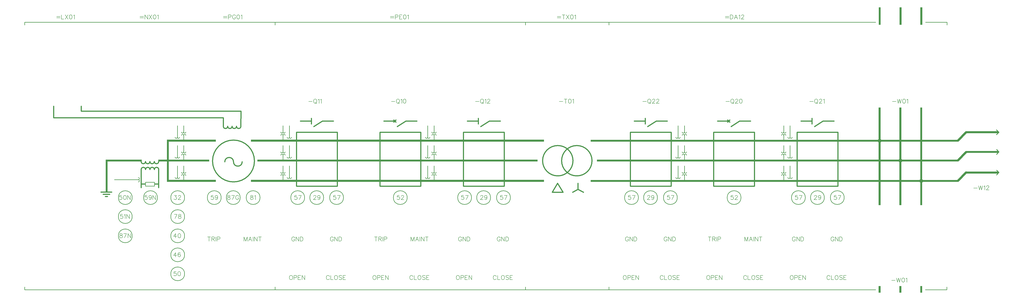
<source format=gto>
G04 Layer: TopSilkscreenLayer*
G04 EasyEDA v6.5.34, 2023-08-21 18:11:39*
G04 0b5495aba37e4bba8a70f578eb7d8193,5a6b42c53f6a479593ecc07194224c93,10*
G04 Gerber Generator version 0.2*
G04 Scale: 100 percent, Rotated: No, Reflected: No *
G04 Dimensions in millimeters *
G04 leading zeros omitted , absolute positions ,4 integer and 5 decimal *
%FSLAX45Y45*%
%MOMM*%

%ADD10C,0.2032*%
%ADD11C,1.0000*%
%ADD12C,0.5000*%
%ADD13C,0.2540*%

%LPD*%
D10*
X15229075Y890831D02*
G01*
X15210533Y881687D01*
X15191991Y863145D01*
X15182847Y844603D01*
X15173703Y816917D01*
X15173703Y770689D01*
X15182847Y743003D01*
X15191991Y724715D01*
X15210533Y706173D01*
X15229075Y696775D01*
X15265905Y696775D01*
X15284447Y706173D01*
X15302989Y724715D01*
X15312133Y743003D01*
X15321277Y770689D01*
X15321277Y816917D01*
X15312133Y844603D01*
X15302989Y863145D01*
X15284447Y881687D01*
X15265905Y890831D01*
X15229075Y890831D01*
X15382237Y890831D02*
G01*
X15382237Y696775D01*
X15382237Y890831D02*
G01*
X15465549Y890831D01*
X15493235Y881687D01*
X15502379Y872289D01*
X15511523Y854001D01*
X15511523Y826315D01*
X15502379Y807773D01*
X15493235Y798375D01*
X15465549Y789231D01*
X15382237Y789231D01*
X15572483Y890831D02*
G01*
X15572483Y696775D01*
X15572483Y890831D02*
G01*
X15692625Y890831D01*
X15572483Y798375D02*
G01*
X15646397Y798375D01*
X15572483Y696775D02*
G01*
X15692625Y696775D01*
X15753585Y890831D02*
G01*
X15753585Y696775D01*
X15753585Y890831D02*
G01*
X15882871Y696775D01*
X15882871Y890831D02*
G01*
X15882871Y696775D01*
X17194908Y2622382D02*
G01*
X17185764Y2640924D01*
X17167222Y2659466D01*
X17148934Y2668610D01*
X17111850Y2668610D01*
X17093308Y2659466D01*
X17075020Y2640924D01*
X17065622Y2622382D01*
X17056478Y2594696D01*
X17056478Y2548722D01*
X17065622Y2520782D01*
X17075020Y2502494D01*
X17093308Y2483952D01*
X17111850Y2474808D01*
X17148934Y2474808D01*
X17167222Y2483952D01*
X17185764Y2502494D01*
X17194908Y2520782D01*
X17194908Y2548722D01*
X17148934Y2548722D02*
G01*
X17194908Y2548722D01*
X17255868Y2668610D02*
G01*
X17255868Y2474808D01*
X17255868Y2668610D02*
G01*
X17385408Y2474808D01*
X17385408Y2668610D02*
G01*
X17385408Y2474808D01*
X17446368Y2668610D02*
G01*
X17446368Y2474808D01*
X17446368Y2668610D02*
G01*
X17510884Y2668610D01*
X17538570Y2659466D01*
X17557112Y2640924D01*
X17566256Y2622382D01*
X17575654Y2594696D01*
X17575654Y2548722D01*
X17566256Y2520782D01*
X17557112Y2502494D01*
X17538570Y2483952D01*
X17510884Y2474808D01*
X17446368Y2474808D01*
X15416504Y2622550D02*
G01*
X15407360Y2641092D01*
X15388818Y2659634D01*
X15370530Y2668778D01*
X15333446Y2668778D01*
X15314904Y2659634D01*
X15296616Y2641092D01*
X15287218Y2622550D01*
X15278074Y2594863D01*
X15278074Y2548889D01*
X15287218Y2520950D01*
X15296616Y2502662D01*
X15314904Y2484120D01*
X15333446Y2474976D01*
X15370530Y2474976D01*
X15388818Y2484120D01*
X15407360Y2502662D01*
X15416504Y2520950D01*
X15416504Y2548889D01*
X15370530Y2548889D02*
G01*
X15416504Y2548889D01*
X15477464Y2668778D02*
G01*
X15477464Y2474976D01*
X15477464Y2668778D02*
G01*
X15607004Y2474976D01*
X15607004Y2668778D02*
G01*
X15607004Y2474976D01*
X15667964Y2668778D02*
G01*
X15667964Y2474976D01*
X15667964Y2668778D02*
G01*
X15732480Y2668778D01*
X15760166Y2659634D01*
X15778708Y2641092D01*
X15787852Y2622550D01*
X15797250Y2594863D01*
X15797250Y2548889D01*
X15787852Y2520950D01*
X15778708Y2502662D01*
X15760166Y2484120D01*
X15732480Y2474976D01*
X15667964Y2474976D01*
X30601892Y890831D02*
G01*
X30583350Y881687D01*
X30564808Y863145D01*
X30555664Y844603D01*
X30546520Y816917D01*
X30546520Y770689D01*
X30555664Y743003D01*
X30564808Y724715D01*
X30583350Y706173D01*
X30601892Y696775D01*
X30638722Y696775D01*
X30657264Y706173D01*
X30675806Y724715D01*
X30684950Y743003D01*
X30694094Y770689D01*
X30694094Y816917D01*
X30684950Y844603D01*
X30675806Y863145D01*
X30657264Y881687D01*
X30638722Y890831D01*
X30601892Y890831D01*
X30755054Y890831D02*
G01*
X30755054Y696775D01*
X30755054Y890831D02*
G01*
X30838366Y890831D01*
X30866052Y881687D01*
X30875196Y872289D01*
X30884340Y854001D01*
X30884340Y826315D01*
X30875196Y807773D01*
X30866052Y798375D01*
X30838366Y789231D01*
X30755054Y789231D01*
X30945300Y890831D02*
G01*
X30945300Y696775D01*
X30945300Y890831D02*
G01*
X31065442Y890831D01*
X30945300Y798375D02*
G01*
X31019214Y798375D01*
X30945300Y696775D02*
G01*
X31065442Y696775D01*
X31126402Y890831D02*
G01*
X31126402Y696775D01*
X31126402Y890831D02*
G01*
X31255688Y696775D01*
X31255688Y890831D02*
G01*
X31255688Y696775D01*
X32567725Y2622382D02*
G01*
X32558581Y2640924D01*
X32540039Y2659466D01*
X32521751Y2668610D01*
X32484667Y2668610D01*
X32466125Y2659466D01*
X32447837Y2640924D01*
X32438439Y2622382D01*
X32429295Y2594696D01*
X32429295Y2548722D01*
X32438439Y2520782D01*
X32447837Y2502494D01*
X32466125Y2483952D01*
X32484667Y2474808D01*
X32521751Y2474808D01*
X32540039Y2483952D01*
X32558581Y2502494D01*
X32567725Y2520782D01*
X32567725Y2548722D01*
X32521751Y2548722D02*
G01*
X32567725Y2548722D01*
X32628685Y2668610D02*
G01*
X32628685Y2474808D01*
X32628685Y2668610D02*
G01*
X32758225Y2474808D01*
X32758225Y2668610D02*
G01*
X32758225Y2474808D01*
X32819185Y2668610D02*
G01*
X32819185Y2474808D01*
X32819185Y2668610D02*
G01*
X32883701Y2668610D01*
X32911387Y2659466D01*
X32929929Y2640924D01*
X32939073Y2622382D01*
X32948471Y2594696D01*
X32948471Y2548722D01*
X32939073Y2520782D01*
X32929929Y2502494D01*
X32911387Y2483952D01*
X32883701Y2474808D01*
X32819185Y2474808D01*
X30789321Y2622550D02*
G01*
X30780177Y2641092D01*
X30761635Y2659634D01*
X30743347Y2668778D01*
X30706263Y2668778D01*
X30687721Y2659634D01*
X30669433Y2641092D01*
X30660035Y2622550D01*
X30650891Y2594863D01*
X30650891Y2548889D01*
X30660035Y2520950D01*
X30669433Y2502662D01*
X30687721Y2484120D01*
X30706263Y2474976D01*
X30743347Y2474976D01*
X30761635Y2484120D01*
X30780177Y2502662D01*
X30789321Y2520950D01*
X30789321Y2548889D01*
X30743347Y2548889D02*
G01*
X30789321Y2548889D01*
X30850281Y2668778D02*
G01*
X30850281Y2474976D01*
X30850281Y2668778D02*
G01*
X30979821Y2474976D01*
X30979821Y2668778D02*
G01*
X30979821Y2474976D01*
X31040781Y2668778D02*
G01*
X31040781Y2474976D01*
X31040781Y2668778D02*
G01*
X31105297Y2668778D01*
X31132983Y2659634D01*
X31151525Y2641092D01*
X31160669Y2622550D01*
X31170067Y2594863D01*
X31170067Y2548889D01*
X31160669Y2520950D01*
X31151525Y2502662D01*
X31132983Y2484120D01*
X31105297Y2474976D01*
X31040781Y2474976D01*
X40067270Y844603D02*
G01*
X40058126Y863145D01*
X40039584Y881687D01*
X40021042Y890831D01*
X39984212Y890831D01*
X39965670Y881687D01*
X39947382Y863145D01*
X39937984Y844603D01*
X39928840Y816917D01*
X39928840Y770689D01*
X39937984Y743003D01*
X39947382Y724715D01*
X39965670Y706173D01*
X39984212Y696775D01*
X40021042Y696775D01*
X40039584Y706173D01*
X40058126Y724715D01*
X40067270Y743003D01*
X40128230Y890831D02*
G01*
X40128230Y696775D01*
X40128230Y696775D02*
G01*
X40239228Y696775D01*
X40355560Y890831D02*
G01*
X40337018Y881687D01*
X40318476Y863145D01*
X40309332Y844603D01*
X40300188Y816917D01*
X40300188Y770689D01*
X40309332Y743003D01*
X40318476Y724715D01*
X40337018Y706173D01*
X40355560Y696775D01*
X40392390Y696775D01*
X40410932Y706173D01*
X40429474Y724715D01*
X40438618Y743003D01*
X40447762Y770689D01*
X40447762Y816917D01*
X40438618Y844603D01*
X40429474Y863145D01*
X40410932Y881687D01*
X40392390Y890831D01*
X40355560Y890831D01*
X40638262Y863145D02*
G01*
X40619720Y881687D01*
X40592034Y890831D01*
X40554950Y890831D01*
X40527264Y881687D01*
X40508722Y863145D01*
X40508722Y844603D01*
X40518120Y826315D01*
X40527264Y816917D01*
X40545806Y807773D01*
X40601178Y789231D01*
X40619720Y780087D01*
X40628864Y770689D01*
X40638262Y752401D01*
X40638262Y724715D01*
X40619720Y706173D01*
X40592034Y696775D01*
X40554950Y696775D01*
X40527264Y706173D01*
X40508722Y724715D01*
X40699222Y890831D02*
G01*
X40699222Y696775D01*
X40699222Y890831D02*
G01*
X40819110Y890831D01*
X40699222Y798375D02*
G01*
X40772882Y798375D01*
X40699222Y696775D02*
G01*
X40819110Y696775D01*
X38288287Y890831D02*
G01*
X38269745Y881687D01*
X38251203Y863145D01*
X38242059Y844603D01*
X38232915Y816917D01*
X38232915Y770689D01*
X38242059Y743003D01*
X38251203Y724715D01*
X38269745Y706173D01*
X38288287Y696775D01*
X38325117Y696775D01*
X38343659Y706173D01*
X38362201Y724715D01*
X38371345Y743003D01*
X38380489Y770689D01*
X38380489Y816917D01*
X38371345Y844603D01*
X38362201Y863145D01*
X38343659Y881687D01*
X38325117Y890831D01*
X38288287Y890831D01*
X38441449Y890831D02*
G01*
X38441449Y696775D01*
X38441449Y890831D02*
G01*
X38524761Y890831D01*
X38552447Y881687D01*
X38561591Y872289D01*
X38570735Y854001D01*
X38570735Y826315D01*
X38561591Y807773D01*
X38552447Y798375D01*
X38524761Y789231D01*
X38441449Y789231D01*
X38631695Y890831D02*
G01*
X38631695Y696775D01*
X38631695Y890831D02*
G01*
X38751837Y890831D01*
X38631695Y798375D02*
G01*
X38705609Y798375D01*
X38631695Y696775D02*
G01*
X38751837Y696775D01*
X38812797Y890831D02*
G01*
X38812797Y696775D01*
X38812797Y890831D02*
G01*
X38942083Y696775D01*
X38942083Y890831D02*
G01*
X38942083Y696775D01*
X40254120Y2622382D02*
G01*
X40244976Y2640924D01*
X40226434Y2659466D01*
X40208146Y2668610D01*
X40171062Y2668610D01*
X40152520Y2659466D01*
X40134232Y2640924D01*
X40124834Y2622382D01*
X40115690Y2594696D01*
X40115690Y2548722D01*
X40124834Y2520782D01*
X40134232Y2502494D01*
X40152520Y2483952D01*
X40171062Y2474808D01*
X40208146Y2474808D01*
X40226434Y2483952D01*
X40244976Y2502494D01*
X40254120Y2520782D01*
X40254120Y2548722D01*
X40208146Y2548722D02*
G01*
X40254120Y2548722D01*
X40315080Y2668610D02*
G01*
X40315080Y2474808D01*
X40315080Y2668610D02*
G01*
X40444620Y2474808D01*
X40444620Y2668610D02*
G01*
X40444620Y2474808D01*
X40505580Y2668610D02*
G01*
X40505580Y2474808D01*
X40505580Y2668610D02*
G01*
X40570096Y2668610D01*
X40597782Y2659466D01*
X40616324Y2640924D01*
X40625468Y2622382D01*
X40634866Y2594696D01*
X40634866Y2548722D01*
X40625468Y2520782D01*
X40616324Y2502494D01*
X40597782Y2483952D01*
X40570096Y2474808D01*
X40505580Y2474808D01*
X38475716Y2622550D02*
G01*
X38466572Y2641092D01*
X38448030Y2659634D01*
X38429742Y2668778D01*
X38392658Y2668778D01*
X38374116Y2659634D01*
X38355828Y2641092D01*
X38346430Y2622550D01*
X38337286Y2594863D01*
X38337286Y2548889D01*
X38346430Y2520950D01*
X38355828Y2502662D01*
X38374116Y2484120D01*
X38392658Y2474976D01*
X38429742Y2474976D01*
X38448030Y2484120D01*
X38466572Y2502662D01*
X38475716Y2520950D01*
X38475716Y2548889D01*
X38429742Y2548889D02*
G01*
X38475716Y2548889D01*
X38536676Y2668778D02*
G01*
X38536676Y2474976D01*
X38536676Y2668778D02*
G01*
X38666216Y2474976D01*
X38666216Y2668778D02*
G01*
X38666216Y2474976D01*
X38727176Y2668778D02*
G01*
X38727176Y2474976D01*
X38727176Y2668778D02*
G01*
X38791692Y2668778D01*
X38819378Y2659634D01*
X38837920Y2641092D01*
X38847064Y2622550D01*
X38856462Y2594863D01*
X38856462Y2548889D01*
X38847064Y2520950D01*
X38837920Y2502662D01*
X38819378Y2484120D01*
X38791692Y2474976D01*
X38727176Y2474976D01*
X13082983Y2668945D02*
G01*
X13082983Y2474889D01*
X13082983Y2668945D02*
G01*
X13156897Y2474889D01*
X13230811Y2668945D02*
G01*
X13156897Y2474889D01*
X13230811Y2668945D02*
G01*
X13230811Y2474889D01*
X13365685Y2668945D02*
G01*
X13291771Y2474889D01*
X13365685Y2668945D02*
G01*
X13439599Y2474889D01*
X13319457Y2539659D02*
G01*
X13411913Y2539659D01*
X13500559Y2668945D02*
G01*
X13500559Y2474889D01*
X13561519Y2668945D02*
G01*
X13561519Y2474889D01*
X13561519Y2668945D02*
G01*
X13690805Y2474889D01*
X13690805Y2668945D02*
G01*
X13690805Y2474889D01*
X13816281Y2668945D02*
G01*
X13816281Y2474889D01*
X13751765Y2668945D02*
G01*
X13881051Y2668945D01*
X11471249Y2668778D02*
G01*
X11471249Y2474976D01*
X11406479Y2668778D02*
G01*
X11535765Y2668778D01*
X11596725Y2668778D02*
G01*
X11596725Y2474976D01*
X11596725Y2668778D02*
G01*
X11680037Y2668778D01*
X11707723Y2659634D01*
X11716867Y2650489D01*
X11726265Y2631947D01*
X11726265Y2613405D01*
X11716867Y2594863D01*
X11707723Y2585720D01*
X11680037Y2576576D01*
X11596725Y2576576D01*
X11661495Y2576576D02*
G01*
X11726265Y2474976D01*
X11787225Y2668778D02*
G01*
X11787225Y2474976D01*
X11848185Y2668778D02*
G01*
X11848185Y2474976D01*
X11848185Y2668778D02*
G01*
X11931243Y2668778D01*
X11958929Y2659634D01*
X11968073Y2650489D01*
X11977471Y2631947D01*
X11977471Y2604262D01*
X11968073Y2585720D01*
X11958929Y2576576D01*
X11931243Y2567178D01*
X11848185Y2567178D01*
X34530461Y2668778D02*
G01*
X34530461Y2474976D01*
X34465691Y2668778D02*
G01*
X34594977Y2668778D01*
X34655937Y2668778D02*
G01*
X34655937Y2474976D01*
X34655937Y2668778D02*
G01*
X34739249Y2668778D01*
X34766935Y2659634D01*
X34776079Y2650489D01*
X34785477Y2631947D01*
X34785477Y2613405D01*
X34776079Y2594863D01*
X34766935Y2585720D01*
X34739249Y2576576D01*
X34655937Y2576576D01*
X34720707Y2576576D02*
G01*
X34785477Y2474976D01*
X34846437Y2668778D02*
G01*
X34846437Y2474976D01*
X34907397Y2668778D02*
G01*
X34907397Y2474976D01*
X34907397Y2668778D02*
G01*
X34990455Y2668778D01*
X35018141Y2659634D01*
X35027285Y2650489D01*
X35036683Y2631947D01*
X35036683Y2604262D01*
X35027285Y2585720D01*
X35018141Y2576576D01*
X34990455Y2567178D01*
X34907397Y2567178D01*
X36142195Y2668945D02*
G01*
X36142195Y2474889D01*
X36142195Y2668945D02*
G01*
X36216109Y2474889D01*
X36290023Y2668945D02*
G01*
X36216109Y2474889D01*
X36290023Y2668945D02*
G01*
X36290023Y2474889D01*
X36424897Y2668945D02*
G01*
X36350983Y2474889D01*
X36424897Y2668945D02*
G01*
X36498811Y2474889D01*
X36378669Y2539659D02*
G01*
X36471125Y2539659D01*
X36559771Y2668945D02*
G01*
X36559771Y2474889D01*
X36620731Y2668945D02*
G01*
X36620731Y2474889D01*
X36620731Y2668945D02*
G01*
X36750017Y2474889D01*
X36750017Y2668945D02*
G01*
X36750017Y2474889D01*
X36875493Y2668945D02*
G01*
X36875493Y2474889D01*
X36810977Y2668945D02*
G01*
X36940263Y2668945D01*
X34445089Y890831D02*
G01*
X34426547Y881687D01*
X34408005Y863145D01*
X34398861Y844603D01*
X34389717Y816917D01*
X34389717Y770689D01*
X34398861Y743003D01*
X34408005Y724715D01*
X34426547Y706173D01*
X34445089Y696775D01*
X34481919Y696775D01*
X34500461Y706173D01*
X34519003Y724715D01*
X34528147Y743003D01*
X34537291Y770689D01*
X34537291Y816917D01*
X34528147Y844603D01*
X34519003Y863145D01*
X34500461Y881687D01*
X34481919Y890831D01*
X34445089Y890831D01*
X34598251Y890831D02*
G01*
X34598251Y696775D01*
X34598251Y890831D02*
G01*
X34681563Y890831D01*
X34709249Y881687D01*
X34718393Y872289D01*
X34727537Y854001D01*
X34727537Y826315D01*
X34718393Y807773D01*
X34709249Y798375D01*
X34681563Y789231D01*
X34598251Y789231D01*
X34788497Y890831D02*
G01*
X34788497Y696775D01*
X34788497Y890831D02*
G01*
X34908639Y890831D01*
X34788497Y798375D02*
G01*
X34862411Y798375D01*
X34788497Y696775D02*
G01*
X34908639Y696775D01*
X34969599Y890831D02*
G01*
X34969599Y696775D01*
X34969599Y890831D02*
G01*
X35098885Y696775D01*
X35098885Y890831D02*
G01*
X35098885Y696775D01*
X42942509Y8920734D02*
G01*
X43108625Y8920734D01*
X43169586Y9031478D02*
G01*
X43215813Y8837676D01*
X43262041Y9031478D02*
G01*
X43215813Y8837676D01*
X43262041Y9031478D02*
G01*
X43308270Y8837676D01*
X43354243Y9031478D02*
G01*
X43308270Y8837676D01*
X43470829Y9031478D02*
G01*
X43443143Y9022334D01*
X43424602Y8994647D01*
X43415204Y8948420D01*
X43415204Y8920734D01*
X43424602Y8874505D01*
X43443143Y8846820D01*
X43470829Y8837676D01*
X43489118Y8837676D01*
X43516804Y8846820D01*
X43535346Y8874505D01*
X43544743Y8920734D01*
X43544743Y8948420D01*
X43535346Y8994647D01*
X43516804Y9022334D01*
X43489118Y9031478D01*
X43470829Y9031478D01*
X43605704Y8994647D02*
G01*
X43623991Y9003792D01*
X43651677Y9031478D01*
X43651677Y8837676D01*
X16288423Y4540250D02*
G01*
X16288423Y4549647D01*
X16297821Y4568189D01*
X16306965Y4577334D01*
X16325507Y4586478D01*
X16362337Y4586478D01*
X16380879Y4577334D01*
X16390023Y4568189D01*
X16399421Y4549647D01*
X16399421Y4531105D01*
X16390023Y4512563D01*
X16371735Y4484878D01*
X16279279Y4392676D01*
X16408565Y4392676D01*
X16589667Y4521962D02*
G01*
X16580269Y4494276D01*
X16561981Y4475734D01*
X16534295Y4466589D01*
X16524897Y4466589D01*
X16497211Y4475734D01*
X16478669Y4494276D01*
X16469525Y4521962D01*
X16469525Y4531105D01*
X16478669Y4558792D01*
X16497211Y4577334D01*
X16524897Y4586478D01*
X16534295Y4586478D01*
X16561981Y4577334D01*
X16580269Y4558792D01*
X16589667Y4521962D01*
X16589667Y4475734D01*
X16580269Y4429505D01*
X16561981Y4401820D01*
X16534295Y4392676D01*
X16515753Y4392676D01*
X16488067Y4401820D01*
X16478669Y4420362D01*
X17304423Y4586478D02*
G01*
X17212221Y4586478D01*
X17202823Y4503420D01*
X17212221Y4512563D01*
X17239907Y4521962D01*
X17267593Y4521962D01*
X17295279Y4512563D01*
X17313821Y4494276D01*
X17322965Y4466589D01*
X17322965Y4448047D01*
X17313821Y4420362D01*
X17295279Y4401820D01*
X17267593Y4392676D01*
X17239907Y4392676D01*
X17212221Y4401820D01*
X17202823Y4410963D01*
X17193679Y4429505D01*
X17513211Y4586478D02*
G01*
X17421009Y4392676D01*
X17383925Y4586478D02*
G01*
X17513211Y4586478D01*
X15513723Y4586478D02*
G01*
X15421521Y4586478D01*
X15412123Y4503420D01*
X15421521Y4512563D01*
X15449207Y4521962D01*
X15476893Y4521962D01*
X15504579Y4512563D01*
X15523121Y4494276D01*
X15532265Y4466589D01*
X15532265Y4448047D01*
X15523121Y4420362D01*
X15504579Y4401820D01*
X15476893Y4392676D01*
X15449207Y4392676D01*
X15421521Y4401820D01*
X15412123Y4410963D01*
X15402979Y4429505D01*
X15722511Y4586478D02*
G01*
X15630309Y4392676D01*
X15593225Y4586478D02*
G01*
X15722511Y4586478D01*
X31661239Y4540250D02*
G01*
X31661239Y4549647D01*
X31670637Y4568189D01*
X31679781Y4577334D01*
X31698323Y4586478D01*
X31735153Y4586478D01*
X31753695Y4577334D01*
X31762839Y4568189D01*
X31772237Y4549647D01*
X31772237Y4531105D01*
X31762839Y4512563D01*
X31744551Y4484878D01*
X31652095Y4392676D01*
X31781381Y4392676D01*
X31962483Y4521962D02*
G01*
X31953085Y4494276D01*
X31934797Y4475734D01*
X31907111Y4466589D01*
X31897713Y4466589D01*
X31870027Y4475734D01*
X31851485Y4494276D01*
X31842341Y4521962D01*
X31842341Y4531105D01*
X31851485Y4558792D01*
X31870027Y4577334D01*
X31897713Y4586478D01*
X31907111Y4586478D01*
X31934797Y4577334D01*
X31953085Y4558792D01*
X31962483Y4521962D01*
X31962483Y4475734D01*
X31953085Y4429505D01*
X31934797Y4401820D01*
X31907111Y4392676D01*
X31888569Y4392676D01*
X31860883Y4401820D01*
X31851485Y4420362D01*
X32677239Y4586478D02*
G01*
X32585037Y4586478D01*
X32575639Y4503420D01*
X32585037Y4512563D01*
X32612723Y4521962D01*
X32640409Y4521962D01*
X32668095Y4512563D01*
X32686637Y4494276D01*
X32695781Y4466589D01*
X32695781Y4448047D01*
X32686637Y4420362D01*
X32668095Y4401820D01*
X32640409Y4392676D01*
X32612723Y4392676D01*
X32585037Y4401820D01*
X32575639Y4410963D01*
X32566495Y4429505D01*
X32886027Y4586478D02*
G01*
X32793825Y4392676D01*
X32756741Y4586478D02*
G01*
X32886027Y4586478D01*
X30886539Y4586478D02*
G01*
X30794337Y4586478D01*
X30784939Y4503420D01*
X30794337Y4512563D01*
X30822023Y4521962D01*
X30849709Y4521962D01*
X30877395Y4512563D01*
X30895937Y4494276D01*
X30905081Y4466589D01*
X30905081Y4448047D01*
X30895937Y4420362D01*
X30877395Y4401820D01*
X30849709Y4392676D01*
X30822023Y4392676D01*
X30794337Y4401820D01*
X30784939Y4410963D01*
X30775795Y4429505D01*
X31095327Y4586478D02*
G01*
X31003125Y4392676D01*
X30966041Y4586478D02*
G01*
X31095327Y4586478D01*
X39347635Y4540250D02*
G01*
X39347635Y4549647D01*
X39357033Y4568189D01*
X39366177Y4577334D01*
X39384719Y4586478D01*
X39421549Y4586478D01*
X39440091Y4577334D01*
X39449235Y4568189D01*
X39458633Y4549647D01*
X39458633Y4531105D01*
X39449235Y4512563D01*
X39430947Y4484878D01*
X39338491Y4392676D01*
X39467777Y4392676D01*
X39648879Y4521962D02*
G01*
X39639481Y4494276D01*
X39621193Y4475734D01*
X39593507Y4466589D01*
X39584109Y4466589D01*
X39556423Y4475734D01*
X39537881Y4494276D01*
X39528737Y4521962D01*
X39528737Y4531105D01*
X39537881Y4558792D01*
X39556423Y4577334D01*
X39584109Y4586478D01*
X39593507Y4586478D01*
X39621193Y4577334D01*
X39639481Y4558792D01*
X39648879Y4521962D01*
X39648879Y4475734D01*
X39639481Y4429505D01*
X39621193Y4401820D01*
X39593507Y4392676D01*
X39574965Y4392676D01*
X39547279Y4401820D01*
X39537881Y4420362D01*
X40363635Y4586478D02*
G01*
X40271433Y4586478D01*
X40262035Y4503420D01*
X40271433Y4512563D01*
X40299119Y4521962D01*
X40326805Y4521962D01*
X40354491Y4512563D01*
X40373033Y4494276D01*
X40382177Y4466589D01*
X40382177Y4448047D01*
X40373033Y4420362D01*
X40354491Y4401820D01*
X40326805Y4392676D01*
X40299119Y4392676D01*
X40271433Y4401820D01*
X40262035Y4410963D01*
X40252891Y4429505D01*
X40572423Y4586478D02*
G01*
X40480221Y4392676D01*
X40443137Y4586478D02*
G01*
X40572423Y4586478D01*
X38572935Y4586478D02*
G01*
X38480733Y4586478D01*
X38471335Y4503420D01*
X38480733Y4512563D01*
X38508419Y4521962D01*
X38536105Y4521962D01*
X38563791Y4512563D01*
X38582333Y4494276D01*
X38591477Y4466589D01*
X38591477Y4448047D01*
X38582333Y4420362D01*
X38563791Y4401820D01*
X38536105Y4392676D01*
X38508419Y4392676D01*
X38480733Y4401820D01*
X38471335Y4410963D01*
X38462191Y4429505D01*
X38781723Y4586478D02*
G01*
X38689521Y4392676D01*
X38652437Y4586478D02*
G01*
X38781723Y4586478D01*
X35610939Y4586478D02*
G01*
X35518737Y4586478D01*
X35509339Y4503420D01*
X35518737Y4512563D01*
X35546423Y4521962D01*
X35574109Y4521962D01*
X35601795Y4512563D01*
X35620337Y4494276D01*
X35629481Y4466589D01*
X35629481Y4448047D01*
X35620337Y4420362D01*
X35601795Y4401820D01*
X35574109Y4392676D01*
X35546423Y4392676D01*
X35518737Y4401820D01*
X35509339Y4410963D01*
X35500195Y4429505D01*
X35699585Y4540250D02*
G01*
X35699585Y4549647D01*
X35708983Y4568189D01*
X35718127Y4577334D01*
X35736669Y4586478D01*
X35773499Y4586478D01*
X35792041Y4577334D01*
X35801185Y4568189D01*
X35810583Y4549647D01*
X35810583Y4531105D01*
X35801185Y4512563D01*
X35782897Y4484878D01*
X35690441Y4392676D01*
X35819727Y4392676D01*
X42904409Y665734D02*
G01*
X43070525Y665734D01*
X43131486Y776478D02*
G01*
X43177713Y582676D01*
X43223941Y776478D02*
G01*
X43177713Y582676D01*
X43223941Y776478D02*
G01*
X43270170Y582676D01*
X43316143Y776478D02*
G01*
X43270170Y582676D01*
X43432729Y776478D02*
G01*
X43405043Y767334D01*
X43386502Y739647D01*
X43377104Y693420D01*
X43377104Y665734D01*
X43386502Y619505D01*
X43405043Y591820D01*
X43432729Y582676D01*
X43451018Y582676D01*
X43478704Y591820D01*
X43497246Y619505D01*
X43506643Y665734D01*
X43506643Y693420D01*
X43497246Y739647D01*
X43478704Y767334D01*
X43451018Y776478D01*
X43432729Y776478D01*
X43567604Y739647D02*
G01*
X43585891Y748792D01*
X43613577Y776478D01*
X43613577Y582676D01*
X35246119Y12834620D02*
G01*
X35412489Y12834620D01*
X35246119Y12779247D02*
G01*
X35412489Y12779247D01*
X35473449Y12917678D02*
G01*
X35473449Y12723876D01*
X35473449Y12917678D02*
G01*
X35537965Y12917678D01*
X35565651Y12908534D01*
X35584193Y12889992D01*
X35593591Y12871450D01*
X35602735Y12843763D01*
X35602735Y12797789D01*
X35593591Y12769850D01*
X35584193Y12751562D01*
X35565651Y12733020D01*
X35537965Y12723876D01*
X35473449Y12723876D01*
X35737609Y12917678D02*
G01*
X35663695Y12723876D01*
X35737609Y12917678D02*
G01*
X35811523Y12723876D01*
X35691381Y12788392D02*
G01*
X35783837Y12788392D01*
X35872483Y12880847D02*
G01*
X35890771Y12889992D01*
X35918711Y12917678D01*
X35918711Y12723876D01*
X35988815Y12871450D02*
G01*
X35988815Y12880847D01*
X35997959Y12899389D01*
X36007357Y12908534D01*
X36025645Y12917678D01*
X36062729Y12917678D01*
X36081271Y12908534D01*
X36090415Y12899389D01*
X36099559Y12880847D01*
X36099559Y12862305D01*
X36090415Y12843763D01*
X36071873Y12816078D01*
X35979671Y12723876D01*
X36108957Y12723876D01*
X17013849Y844603D02*
G01*
X17004705Y863145D01*
X16986163Y881687D01*
X16967621Y890831D01*
X16930791Y890831D01*
X16912249Y881687D01*
X16893961Y863145D01*
X16884563Y844603D01*
X16875419Y816917D01*
X16875419Y770689D01*
X16884563Y743003D01*
X16893961Y724715D01*
X16912249Y706173D01*
X16930791Y696775D01*
X16967621Y696775D01*
X16986163Y706173D01*
X17004705Y724715D01*
X17013849Y743003D01*
X17074809Y890831D02*
G01*
X17074809Y696775D01*
X17074809Y696775D02*
G01*
X17185807Y696775D01*
X17302139Y890831D02*
G01*
X17283597Y881687D01*
X17265055Y863145D01*
X17255911Y844603D01*
X17246767Y816917D01*
X17246767Y770689D01*
X17255911Y743003D01*
X17265055Y724715D01*
X17283597Y706173D01*
X17302139Y696775D01*
X17338969Y696775D01*
X17357511Y706173D01*
X17376053Y724715D01*
X17385197Y743003D01*
X17394341Y770689D01*
X17394341Y816917D01*
X17385197Y844603D01*
X17376053Y863145D01*
X17357511Y881687D01*
X17338969Y890831D01*
X17302139Y890831D01*
X17584841Y863145D02*
G01*
X17566299Y881687D01*
X17538613Y890831D01*
X17501529Y890831D01*
X17473843Y881687D01*
X17455301Y863145D01*
X17455301Y844603D01*
X17464699Y826315D01*
X17473843Y816917D01*
X17492385Y807773D01*
X17547757Y789231D01*
X17566299Y780087D01*
X17575443Y770689D01*
X17584841Y752401D01*
X17584841Y724715D01*
X17566299Y706173D01*
X17538613Y696775D01*
X17501529Y696775D01*
X17473843Y706173D01*
X17455301Y724715D01*
X17645801Y890831D02*
G01*
X17645801Y696775D01*
X17645801Y890831D02*
G01*
X17765689Y890831D01*
X17645801Y798375D02*
G01*
X17719461Y798375D01*
X17645801Y696775D02*
G01*
X17765689Y696775D01*
X32386666Y844603D02*
G01*
X32377522Y863145D01*
X32358980Y881687D01*
X32340438Y890831D01*
X32303608Y890831D01*
X32285066Y881687D01*
X32266778Y863145D01*
X32257380Y844603D01*
X32248236Y816917D01*
X32248236Y770689D01*
X32257380Y743003D01*
X32266778Y724715D01*
X32285066Y706173D01*
X32303608Y696775D01*
X32340438Y696775D01*
X32358980Y706173D01*
X32377522Y724715D01*
X32386666Y743003D01*
X32447626Y890831D02*
G01*
X32447626Y696775D01*
X32447626Y696775D02*
G01*
X32558624Y696775D01*
X32674956Y890831D02*
G01*
X32656414Y881687D01*
X32637872Y863145D01*
X32628728Y844603D01*
X32619584Y816917D01*
X32619584Y770689D01*
X32628728Y743003D01*
X32637872Y724715D01*
X32656414Y706173D01*
X32674956Y696775D01*
X32711786Y696775D01*
X32730328Y706173D01*
X32748870Y724715D01*
X32758014Y743003D01*
X32767158Y770689D01*
X32767158Y816917D01*
X32758014Y844603D01*
X32748870Y863145D01*
X32730328Y881687D01*
X32711786Y890831D01*
X32674956Y890831D01*
X32957658Y863145D02*
G01*
X32939116Y881687D01*
X32911430Y890831D01*
X32874346Y890831D01*
X32846660Y881687D01*
X32828118Y863145D01*
X32828118Y844603D01*
X32837516Y826315D01*
X32846660Y816917D01*
X32865202Y807773D01*
X32920574Y789231D01*
X32939116Y780087D01*
X32948260Y770689D01*
X32957658Y752401D01*
X32957658Y724715D01*
X32939116Y706173D01*
X32911430Y696775D01*
X32874346Y696775D01*
X32846660Y706173D01*
X32828118Y724715D01*
X33018618Y890831D02*
G01*
X33018618Y696775D01*
X33018618Y890831D02*
G01*
X33138506Y890831D01*
X33018618Y798375D02*
G01*
X33092278Y798375D01*
X33018618Y696775D02*
G01*
X33138506Y696775D01*
X36229864Y844603D02*
G01*
X36220720Y863145D01*
X36202178Y881687D01*
X36183636Y890831D01*
X36146806Y890831D01*
X36128264Y881687D01*
X36109976Y863145D01*
X36100578Y844603D01*
X36091434Y816917D01*
X36091434Y770689D01*
X36100578Y743003D01*
X36109976Y724715D01*
X36128264Y706173D01*
X36146806Y696775D01*
X36183636Y696775D01*
X36202178Y706173D01*
X36220720Y724715D01*
X36229864Y743003D01*
X36290824Y890831D02*
G01*
X36290824Y696775D01*
X36290824Y696775D02*
G01*
X36401822Y696775D01*
X36518154Y890831D02*
G01*
X36499612Y881687D01*
X36481070Y863145D01*
X36471926Y844603D01*
X36462782Y816917D01*
X36462782Y770689D01*
X36471926Y743003D01*
X36481070Y724715D01*
X36499612Y706173D01*
X36518154Y696775D01*
X36554984Y696775D01*
X36573526Y706173D01*
X36592068Y724715D01*
X36601212Y743003D01*
X36610356Y770689D01*
X36610356Y816917D01*
X36601212Y844603D01*
X36592068Y863145D01*
X36573526Y881687D01*
X36554984Y890831D01*
X36518154Y890831D01*
X36800856Y863145D02*
G01*
X36782314Y881687D01*
X36754628Y890831D01*
X36717544Y890831D01*
X36689858Y881687D01*
X36671316Y863145D01*
X36671316Y844603D01*
X36680714Y826315D01*
X36689858Y816917D01*
X36708400Y807773D01*
X36763772Y789231D01*
X36782314Y780087D01*
X36791458Y770689D01*
X36800856Y752401D01*
X36800856Y724715D01*
X36782314Y706173D01*
X36754628Y696775D01*
X36717544Y696775D01*
X36689858Y706173D01*
X36671316Y724715D01*
X36861816Y890831D02*
G01*
X36861816Y696775D01*
X36861816Y890831D02*
G01*
X36981704Y890831D01*
X36861816Y798375D02*
G01*
X36935476Y798375D01*
X36861816Y696775D02*
G01*
X36981704Y696775D01*
X8619743Y4586478D02*
G01*
X8527541Y4586478D01*
X8518143Y4503420D01*
X8527541Y4512563D01*
X8555227Y4521962D01*
X8582913Y4521962D01*
X8610600Y4512563D01*
X8629141Y4494276D01*
X8638286Y4466589D01*
X8638286Y4448047D01*
X8629141Y4420362D01*
X8610600Y4401820D01*
X8582913Y4392676D01*
X8555227Y4392676D01*
X8527541Y4401820D01*
X8518143Y4410963D01*
X8509000Y4429505D01*
X8819388Y4521962D02*
G01*
X8809990Y4494276D01*
X8791702Y4475734D01*
X8764015Y4466589D01*
X8754618Y4466589D01*
X8726931Y4475734D01*
X8708390Y4494276D01*
X8699245Y4521962D01*
X8699245Y4531105D01*
X8708390Y4558792D01*
X8726931Y4577334D01*
X8754618Y4586478D01*
X8764015Y4586478D01*
X8791702Y4577334D01*
X8809990Y4558792D01*
X8819388Y4521962D01*
X8819388Y4475734D01*
X8809990Y4429505D01*
X8791702Y4401820D01*
X8764015Y4392676D01*
X8745474Y4392676D01*
X8717788Y4401820D01*
X8708390Y4420362D01*
X8880347Y4586478D02*
G01*
X8880347Y4392676D01*
X8880347Y4586478D02*
G01*
X9009634Y4392676D01*
X9009634Y4586478D02*
G01*
X9009634Y4392676D01*
X7451343Y4586478D02*
G01*
X7359141Y4586478D01*
X7349743Y4503420D01*
X7359141Y4512563D01*
X7386827Y4521962D01*
X7414513Y4521962D01*
X7442200Y4512563D01*
X7460741Y4494276D01*
X7469886Y4466589D01*
X7469886Y4448047D01*
X7460741Y4420362D01*
X7442200Y4401820D01*
X7414513Y4392676D01*
X7386827Y4392676D01*
X7359141Y4401820D01*
X7349743Y4410963D01*
X7340600Y4429505D01*
X7586218Y4586478D02*
G01*
X7558531Y4577334D01*
X7539990Y4549647D01*
X7530845Y4503420D01*
X7530845Y4475734D01*
X7539990Y4429505D01*
X7558531Y4401820D01*
X7586218Y4392676D01*
X7604759Y4392676D01*
X7632445Y4401820D01*
X7650988Y4429505D01*
X7660131Y4475734D01*
X7660131Y4503420D01*
X7650988Y4549647D01*
X7632445Y4577334D01*
X7604759Y4586478D01*
X7586218Y4586478D01*
X7721091Y4586478D02*
G01*
X7721091Y4392676D01*
X7721091Y4586478D02*
G01*
X7850377Y4392676D01*
X7850377Y4586478D02*
G01*
X7850377Y4392676D01*
X12365227Y4586478D02*
G01*
X12337541Y4577334D01*
X12328143Y4558792D01*
X12328143Y4540250D01*
X12337541Y4521962D01*
X12355829Y4512563D01*
X12392913Y4503420D01*
X12420600Y4494276D01*
X12439141Y4475734D01*
X12448286Y4457192D01*
X12448286Y4429505D01*
X12439141Y4410963D01*
X12429743Y4401820D01*
X12402058Y4392676D01*
X12365227Y4392676D01*
X12337541Y4401820D01*
X12328143Y4410963D01*
X12319000Y4429505D01*
X12319000Y4457192D01*
X12328143Y4475734D01*
X12346686Y4494276D01*
X12374372Y4503420D01*
X12411456Y4512563D01*
X12429743Y4521962D01*
X12439141Y4540250D01*
X12439141Y4558792D01*
X12429743Y4577334D01*
X12402058Y4586478D01*
X12365227Y4586478D01*
X12638531Y4586478D02*
G01*
X12546329Y4392676D01*
X12509245Y4586478D02*
G01*
X12638531Y4586478D01*
X12838175Y4540250D02*
G01*
X12828777Y4558792D01*
X12810490Y4577334D01*
X12791947Y4586478D01*
X12754863Y4586478D01*
X12736575Y4577334D01*
X12718034Y4558792D01*
X12708890Y4540250D01*
X12699491Y4512563D01*
X12699491Y4466589D01*
X12708890Y4438650D01*
X12718034Y4420362D01*
X12736575Y4401820D01*
X12754863Y4392676D01*
X12791947Y4392676D01*
X12810490Y4401820D01*
X12828777Y4420362D01*
X12838175Y4438650D01*
X12838175Y4466589D01*
X12791947Y4466589D02*
G01*
X12838175Y4466589D01*
X20238148Y4586478D02*
G01*
X20145946Y4586478D01*
X20136548Y4503420D01*
X20145946Y4512563D01*
X20173632Y4521962D01*
X20201318Y4521962D01*
X20229004Y4512563D01*
X20247546Y4494276D01*
X20256690Y4466589D01*
X20256690Y4448047D01*
X20247546Y4420362D01*
X20229004Y4401820D01*
X20201318Y4392676D01*
X20173632Y4392676D01*
X20145946Y4401820D01*
X20136548Y4410963D01*
X20127404Y4429505D01*
X20326794Y4540250D02*
G01*
X20326794Y4549647D01*
X20336192Y4568189D01*
X20345336Y4577334D01*
X20363878Y4586478D01*
X20400708Y4586478D01*
X20419250Y4577334D01*
X20428394Y4568189D01*
X20437792Y4549647D01*
X20437792Y4531105D01*
X20428394Y4512563D01*
X20410106Y4484878D01*
X20317650Y4392676D01*
X20446936Y4392676D01*
X19157670Y2668778D02*
G01*
X19157670Y2474976D01*
X19092900Y2668778D02*
G01*
X19222186Y2668778D01*
X19283146Y2668778D02*
G01*
X19283146Y2474976D01*
X19283146Y2668778D02*
G01*
X19366458Y2668778D01*
X19394144Y2659634D01*
X19403288Y2650489D01*
X19412686Y2631947D01*
X19412686Y2613405D01*
X19403288Y2594863D01*
X19394144Y2585720D01*
X19366458Y2576576D01*
X19283146Y2576576D01*
X19347916Y2576576D02*
G01*
X19412686Y2474976D01*
X19473646Y2668778D02*
G01*
X19473646Y2474976D01*
X19534606Y2668778D02*
G01*
X19534606Y2474976D01*
X19534606Y2668778D02*
G01*
X19617664Y2668778D01*
X19645350Y2659634D01*
X19654494Y2650489D01*
X19663892Y2631947D01*
X19663892Y2604262D01*
X19654494Y2585720D01*
X19645350Y2576576D01*
X19617664Y2567178D01*
X19534606Y2567178D01*
X20769404Y2668945D02*
G01*
X20769404Y2474889D01*
X20769404Y2668945D02*
G01*
X20843318Y2474889D01*
X20917232Y2668945D02*
G01*
X20843318Y2474889D01*
X20917232Y2668945D02*
G01*
X20917232Y2474889D01*
X21052106Y2668945D02*
G01*
X20978192Y2474889D01*
X21052106Y2668945D02*
G01*
X21126020Y2474889D01*
X21005878Y2539659D02*
G01*
X21098334Y2539659D01*
X21186980Y2668945D02*
G01*
X21186980Y2474889D01*
X21247940Y2668945D02*
G01*
X21247940Y2474889D01*
X21247940Y2668945D02*
G01*
X21377226Y2474889D01*
X21377226Y2668945D02*
G01*
X21377226Y2474889D01*
X21502702Y2668945D02*
G01*
X21502702Y2474889D01*
X21438186Y2668945D02*
G01*
X21567472Y2668945D01*
X19072298Y890831D02*
G01*
X19053756Y881687D01*
X19035214Y863145D01*
X19026070Y844603D01*
X19016926Y816917D01*
X19016926Y770689D01*
X19026070Y743003D01*
X19035214Y724715D01*
X19053756Y706173D01*
X19072298Y696775D01*
X19109128Y696775D01*
X19127670Y706173D01*
X19146212Y724715D01*
X19155356Y743003D01*
X19164500Y770689D01*
X19164500Y816917D01*
X19155356Y844603D01*
X19146212Y863145D01*
X19127670Y881687D01*
X19109128Y890831D01*
X19072298Y890831D01*
X19225460Y890831D02*
G01*
X19225460Y696775D01*
X19225460Y890831D02*
G01*
X19308772Y890831D01*
X19336458Y881687D01*
X19345602Y872289D01*
X19354746Y854001D01*
X19354746Y826315D01*
X19345602Y807773D01*
X19336458Y798375D01*
X19308772Y789231D01*
X19225460Y789231D01*
X19415706Y890831D02*
G01*
X19415706Y696775D01*
X19415706Y890831D02*
G01*
X19535848Y890831D01*
X19415706Y798375D02*
G01*
X19489620Y798375D01*
X19415706Y696775D02*
G01*
X19535848Y696775D01*
X19596808Y890831D02*
G01*
X19596808Y696775D01*
X19596808Y890831D02*
G01*
X19726094Y696775D01*
X19726094Y890831D02*
G01*
X19726094Y696775D01*
X20857072Y844603D02*
G01*
X20847928Y863145D01*
X20829386Y881687D01*
X20810844Y890831D01*
X20774014Y890831D01*
X20755472Y881687D01*
X20737184Y863145D01*
X20727786Y844603D01*
X20718642Y816917D01*
X20718642Y770689D01*
X20727786Y743003D01*
X20737184Y724715D01*
X20755472Y706173D01*
X20774014Y696775D01*
X20810844Y696775D01*
X20829386Y706173D01*
X20847928Y724715D01*
X20857072Y743003D01*
X20918032Y890831D02*
G01*
X20918032Y696775D01*
X20918032Y696775D02*
G01*
X21029030Y696775D01*
X21145362Y890831D02*
G01*
X21126820Y881687D01*
X21108278Y863145D01*
X21099134Y844603D01*
X21089990Y816917D01*
X21089990Y770689D01*
X21099134Y743003D01*
X21108278Y724715D01*
X21126820Y706173D01*
X21145362Y696775D01*
X21182192Y696775D01*
X21200734Y706173D01*
X21219276Y724715D01*
X21228420Y743003D01*
X21237564Y770689D01*
X21237564Y816917D01*
X21228420Y844603D01*
X21219276Y863145D01*
X21200734Y881687D01*
X21182192Y890831D01*
X21145362Y890831D01*
X21428064Y863145D02*
G01*
X21409522Y881687D01*
X21381836Y890831D01*
X21344752Y890831D01*
X21317066Y881687D01*
X21298524Y863145D01*
X21298524Y844603D01*
X21307922Y826315D01*
X21317066Y816917D01*
X21335608Y807773D01*
X21390980Y789231D01*
X21409522Y780087D01*
X21418666Y770689D01*
X21428064Y752401D01*
X21428064Y724715D01*
X21409522Y706173D01*
X21381836Y696775D01*
X21344752Y696775D01*
X21317066Y706173D01*
X21298524Y724715D01*
X21489024Y890831D02*
G01*
X21489024Y696775D01*
X21489024Y890831D02*
G01*
X21608912Y890831D01*
X21489024Y798375D02*
G01*
X21562684Y798375D01*
X21489024Y696775D02*
G01*
X21608912Y696775D01*
X7489621Y3710178D02*
G01*
X7397165Y3710178D01*
X7388021Y3627120D01*
X7397165Y3636263D01*
X7424851Y3645662D01*
X7452537Y3645662D01*
X7480223Y3636263D01*
X7498765Y3617976D01*
X7507909Y3590289D01*
X7507909Y3571747D01*
X7498765Y3544062D01*
X7480223Y3525520D01*
X7452537Y3516376D01*
X7424851Y3516376D01*
X7397165Y3525520D01*
X7388021Y3534663D01*
X7378623Y3553205D01*
X7568869Y3673347D02*
G01*
X7587411Y3682492D01*
X7615097Y3710178D01*
X7615097Y3516376D01*
X7676057Y3710178D02*
G01*
X7676057Y3516376D01*
X7676057Y3710178D02*
G01*
X7805343Y3516376D01*
X7805343Y3710178D02*
G01*
X7805343Y3516376D01*
X7399527Y2821178D02*
G01*
X7371841Y2812034D01*
X7362443Y2793492D01*
X7362443Y2774950D01*
X7371841Y2756662D01*
X7390129Y2747263D01*
X7427213Y2738120D01*
X7454900Y2728976D01*
X7473441Y2710434D01*
X7482586Y2691892D01*
X7482586Y2664205D01*
X7473441Y2645663D01*
X7464043Y2636520D01*
X7436358Y2627376D01*
X7399527Y2627376D01*
X7371841Y2636520D01*
X7362443Y2645663D01*
X7353300Y2664205D01*
X7353300Y2691892D01*
X7362443Y2710434D01*
X7380986Y2728976D01*
X7408672Y2738120D01*
X7445756Y2747263D01*
X7464043Y2756662D01*
X7473441Y2774950D01*
X7473441Y2793492D01*
X7464043Y2812034D01*
X7436358Y2821178D01*
X7399527Y2821178D01*
X7672831Y2821178D02*
G01*
X7580629Y2627376D01*
X7543545Y2821178D02*
G01*
X7672831Y2821178D01*
X7733791Y2821178D02*
G01*
X7733791Y2627376D01*
X7733791Y2821178D02*
G01*
X7863077Y2627376D01*
X7863077Y2821178D02*
G01*
X7863077Y2627376D01*
X9934956Y2821178D02*
G01*
X9842500Y2691892D01*
X9980929Y2691892D01*
X9934956Y2821178D02*
G01*
X9934956Y2627376D01*
X10097515Y2821178D02*
G01*
X10069829Y2812034D01*
X10051288Y2784347D01*
X10041890Y2738120D01*
X10041890Y2710434D01*
X10051288Y2664205D01*
X10069829Y2636520D01*
X10097515Y2627376D01*
X10115804Y2627376D01*
X10143490Y2636520D01*
X10162031Y2664205D01*
X10171429Y2710434D01*
X10171429Y2738120D01*
X10162031Y2784347D01*
X10143490Y2812034D01*
X10115804Y2821178D01*
X10097515Y2821178D01*
X9997186Y3710178D02*
G01*
X9904729Y3516376D01*
X9867900Y3710178D02*
G01*
X9997186Y3710178D01*
X10104374Y3710178D02*
G01*
X10076688Y3701034D01*
X10067290Y3682492D01*
X10067290Y3663950D01*
X10076688Y3645662D01*
X10095229Y3636263D01*
X10132059Y3627120D01*
X10159745Y3617976D01*
X10178288Y3599434D01*
X10187431Y3580892D01*
X10187431Y3553205D01*
X10178288Y3534663D01*
X10168890Y3525520D01*
X10141204Y3516376D01*
X10104374Y3516376D01*
X10076688Y3525520D01*
X10067290Y3534663D01*
X10058145Y3553205D01*
X10058145Y3580892D01*
X10067290Y3599434D01*
X10085831Y3617976D01*
X10113518Y3627120D01*
X10150602Y3636263D01*
X10168890Y3645662D01*
X10178288Y3663950D01*
X10178288Y3682492D01*
X10168890Y3701034D01*
X10141204Y3710178D01*
X10104374Y3710178D01*
X9873741Y4586478D02*
G01*
X9975341Y4586478D01*
X9919970Y4512563D01*
X9947656Y4512563D01*
X9965943Y4503420D01*
X9975341Y4494276D01*
X9984486Y4466589D01*
X9984486Y4448047D01*
X9975341Y4420362D01*
X9956800Y4401820D01*
X9929113Y4392676D01*
X9901427Y4392676D01*
X9873741Y4401820D01*
X9864343Y4410963D01*
X9855200Y4429505D01*
X10054590Y4540250D02*
G01*
X10054590Y4549647D01*
X10063988Y4568189D01*
X10073131Y4577334D01*
X10091674Y4586478D01*
X10128504Y4586478D01*
X10147045Y4577334D01*
X10156190Y4568189D01*
X10165588Y4549647D01*
X10165588Y4531105D01*
X10156190Y4512563D01*
X10137902Y4484878D01*
X10045445Y4392676D01*
X10174731Y4392676D01*
X9934956Y1944878D02*
G01*
X9842500Y1815592D01*
X9980929Y1815592D01*
X9934956Y1944878D02*
G01*
X9934956Y1751076D01*
X10152888Y1917192D02*
G01*
X10143490Y1935734D01*
X10115804Y1944878D01*
X10097515Y1944878D01*
X10069829Y1935734D01*
X10051288Y1908047D01*
X10041890Y1861820D01*
X10041890Y1815592D01*
X10051288Y1778762D01*
X10069829Y1760220D01*
X10097515Y1751076D01*
X10106659Y1751076D01*
X10134345Y1760220D01*
X10152888Y1778762D01*
X10162031Y1806447D01*
X10162031Y1815592D01*
X10152888Y1843278D01*
X10134345Y1861820D01*
X10106659Y1870963D01*
X10097515Y1870963D01*
X10069829Y1861820D01*
X10051288Y1843278D01*
X10041890Y1815592D01*
X9953243Y1068578D02*
G01*
X9861041Y1068578D01*
X9851643Y985520D01*
X9861041Y994663D01*
X9888727Y1004062D01*
X9916413Y1004062D01*
X9944100Y994663D01*
X9962641Y976376D01*
X9971786Y948689D01*
X9971786Y930147D01*
X9962641Y902462D01*
X9944100Y883920D01*
X9916413Y874776D01*
X9888727Y874776D01*
X9861041Y883920D01*
X9851643Y893063D01*
X9842500Y911605D01*
X10088118Y1068578D02*
G01*
X10060431Y1059434D01*
X10041890Y1031747D01*
X10032745Y985520D01*
X10032745Y957834D01*
X10041890Y911605D01*
X10060431Y883920D01*
X10088118Y874776D01*
X10106659Y874776D01*
X10134345Y883920D01*
X10152888Y911605D01*
X10162031Y957834D01*
X10162031Y985520D01*
X10152888Y1031747D01*
X10134345Y1059434D01*
X10106659Y1068578D01*
X10088118Y1068578D01*
X13419327Y4586478D02*
G01*
X13391641Y4577334D01*
X13382243Y4558792D01*
X13382243Y4540250D01*
X13391641Y4521962D01*
X13409929Y4512563D01*
X13447013Y4503420D01*
X13474700Y4494276D01*
X13493241Y4475734D01*
X13502386Y4457192D01*
X13502386Y4429505D01*
X13493241Y4410963D01*
X13483843Y4401820D01*
X13456158Y4392676D01*
X13419327Y4392676D01*
X13391641Y4401820D01*
X13382243Y4410963D01*
X13373100Y4429505D01*
X13373100Y4457192D01*
X13382243Y4475734D01*
X13400786Y4494276D01*
X13428472Y4503420D01*
X13465556Y4512563D01*
X13483843Y4521962D01*
X13493241Y4540250D01*
X13493241Y4558792D01*
X13483843Y4577334D01*
X13456158Y4586478D01*
X13419327Y4586478D01*
X13563345Y4549647D02*
G01*
X13581888Y4558792D01*
X13609574Y4586478D01*
X13609574Y4392676D01*
X11670538Y4586478D02*
G01*
X11578336Y4586478D01*
X11568938Y4503420D01*
X11578336Y4512563D01*
X11606022Y4521962D01*
X11633708Y4521962D01*
X11661393Y4512563D01*
X11679936Y4494276D01*
X11689079Y4466589D01*
X11689079Y4448047D01*
X11679936Y4420362D01*
X11661393Y4401820D01*
X11633708Y4392676D01*
X11606022Y4392676D01*
X11578336Y4401820D01*
X11568938Y4410963D01*
X11559793Y4429505D01*
X11870181Y4521962D02*
G01*
X11860784Y4494276D01*
X11842495Y4475734D01*
X11814809Y4466589D01*
X11805411Y4466589D01*
X11777725Y4475734D01*
X11759184Y4494276D01*
X11750040Y4521962D01*
X11750040Y4531105D01*
X11759184Y4558792D01*
X11777725Y4577334D01*
X11805411Y4586478D01*
X11814809Y4586478D01*
X11842495Y4577334D01*
X11860784Y4558792D01*
X11870181Y4521962D01*
X11870181Y4475734D01*
X11860784Y4429505D01*
X11842495Y4401820D01*
X11814809Y4392676D01*
X11796268Y4392676D01*
X11768581Y4401820D01*
X11759184Y4420362D01*
X24700245Y844603D02*
G01*
X24691101Y863145D01*
X24672559Y881687D01*
X24654017Y890831D01*
X24617187Y890831D01*
X24598645Y881687D01*
X24580357Y863145D01*
X24570959Y844603D01*
X24561815Y816917D01*
X24561815Y770689D01*
X24570959Y743003D01*
X24580357Y724715D01*
X24598645Y706173D01*
X24617187Y696775D01*
X24654017Y696775D01*
X24672559Y706173D01*
X24691101Y724715D01*
X24700245Y743003D01*
X24761205Y890831D02*
G01*
X24761205Y696775D01*
X24761205Y696775D02*
G01*
X24872203Y696775D01*
X24988535Y890831D02*
G01*
X24969993Y881687D01*
X24951451Y863145D01*
X24942307Y844603D01*
X24933163Y816917D01*
X24933163Y770689D01*
X24942307Y743003D01*
X24951451Y724715D01*
X24969993Y706173D01*
X24988535Y696775D01*
X25025365Y696775D01*
X25043907Y706173D01*
X25062449Y724715D01*
X25071593Y743003D01*
X25080737Y770689D01*
X25080737Y816917D01*
X25071593Y844603D01*
X25062449Y863145D01*
X25043907Y881687D01*
X25025365Y890831D01*
X24988535Y890831D01*
X25271237Y863145D02*
G01*
X25252695Y881687D01*
X25225009Y890831D01*
X25187925Y890831D01*
X25160239Y881687D01*
X25141697Y863145D01*
X25141697Y844603D01*
X25151095Y826315D01*
X25160239Y816917D01*
X25178781Y807773D01*
X25234153Y789231D01*
X25252695Y780087D01*
X25261839Y770689D01*
X25271237Y752401D01*
X25271237Y724715D01*
X25252695Y706173D01*
X25225009Y696775D01*
X25187925Y696775D01*
X25160239Y706173D01*
X25141697Y724715D01*
X25332197Y890831D02*
G01*
X25332197Y696775D01*
X25332197Y890831D02*
G01*
X25452085Y890831D01*
X25332197Y798375D02*
G01*
X25405857Y798375D01*
X25332197Y696775D02*
G01*
X25452085Y696775D01*
X23200118Y4586478D02*
G01*
X23107916Y4586478D01*
X23098518Y4503420D01*
X23107916Y4512563D01*
X23135602Y4521962D01*
X23163288Y4521962D01*
X23190974Y4512563D01*
X23209516Y4494276D01*
X23218660Y4466589D01*
X23218660Y4448047D01*
X23209516Y4420362D01*
X23190974Y4401820D01*
X23163288Y4392676D01*
X23135602Y4392676D01*
X23107916Y4401820D01*
X23098518Y4410963D01*
X23089374Y4429505D01*
X23408906Y4586478D02*
G01*
X23316704Y4392676D01*
X23279620Y4586478D02*
G01*
X23408906Y4586478D01*
X24990818Y4586478D02*
G01*
X24898616Y4586478D01*
X24889218Y4503420D01*
X24898616Y4512563D01*
X24926302Y4521962D01*
X24953988Y4521962D01*
X24981674Y4512563D01*
X25000216Y4494276D01*
X25009360Y4466589D01*
X25009360Y4448047D01*
X25000216Y4420362D01*
X24981674Y4401820D01*
X24953988Y4392676D01*
X24926302Y4392676D01*
X24898616Y4401820D01*
X24889218Y4410963D01*
X24880074Y4429505D01*
X25199606Y4586478D02*
G01*
X25107404Y4392676D01*
X25070320Y4586478D02*
G01*
X25199606Y4586478D01*
X23974818Y4540250D02*
G01*
X23974818Y4549647D01*
X23984216Y4568189D01*
X23993360Y4577334D01*
X24011902Y4586478D01*
X24048732Y4586478D01*
X24067274Y4577334D01*
X24076418Y4568189D01*
X24085816Y4549647D01*
X24085816Y4531105D01*
X24076418Y4512563D01*
X24058130Y4484878D01*
X23965674Y4392676D01*
X24094960Y4392676D01*
X24276062Y4521962D02*
G01*
X24266664Y4494276D01*
X24248376Y4475734D01*
X24220690Y4466589D01*
X24211292Y4466589D01*
X24183606Y4475734D01*
X24165064Y4494276D01*
X24155920Y4521962D01*
X24155920Y4531105D01*
X24165064Y4558792D01*
X24183606Y4577334D01*
X24211292Y4586478D01*
X24220690Y4586478D01*
X24248376Y4577334D01*
X24266664Y4558792D01*
X24276062Y4521962D01*
X24276062Y4475734D01*
X24266664Y4429505D01*
X24248376Y4401820D01*
X24220690Y4392676D01*
X24202148Y4392676D01*
X24174462Y4401820D01*
X24165064Y4420362D01*
X23102900Y2622550D02*
G01*
X23093756Y2641092D01*
X23075214Y2659634D01*
X23056926Y2668778D01*
X23019842Y2668778D01*
X23001300Y2659634D01*
X22983012Y2641092D01*
X22973614Y2622550D01*
X22964470Y2594863D01*
X22964470Y2548889D01*
X22973614Y2520950D01*
X22983012Y2502662D01*
X23001300Y2484120D01*
X23019842Y2474976D01*
X23056926Y2474976D01*
X23075214Y2484120D01*
X23093756Y2502662D01*
X23102900Y2520950D01*
X23102900Y2548889D01*
X23056926Y2548889D02*
G01*
X23102900Y2548889D01*
X23163860Y2668778D02*
G01*
X23163860Y2474976D01*
X23163860Y2668778D02*
G01*
X23293400Y2474976D01*
X23293400Y2668778D02*
G01*
X23293400Y2474976D01*
X23354360Y2668778D02*
G01*
X23354360Y2474976D01*
X23354360Y2668778D02*
G01*
X23418876Y2668778D01*
X23446562Y2659634D01*
X23465104Y2641092D01*
X23474248Y2622550D01*
X23483646Y2594863D01*
X23483646Y2548889D01*
X23474248Y2520950D01*
X23465104Y2502662D01*
X23446562Y2484120D01*
X23418876Y2474976D01*
X23354360Y2474976D01*
X24881304Y2622382D02*
G01*
X24872160Y2640924D01*
X24853618Y2659466D01*
X24835330Y2668610D01*
X24798246Y2668610D01*
X24779704Y2659466D01*
X24761416Y2640924D01*
X24752018Y2622382D01*
X24742874Y2594696D01*
X24742874Y2548722D01*
X24752018Y2520782D01*
X24761416Y2502494D01*
X24779704Y2483952D01*
X24798246Y2474808D01*
X24835330Y2474808D01*
X24853618Y2483952D01*
X24872160Y2502494D01*
X24881304Y2520782D01*
X24881304Y2548722D01*
X24835330Y2548722D02*
G01*
X24881304Y2548722D01*
X24942264Y2668610D02*
G01*
X24942264Y2474808D01*
X24942264Y2668610D02*
G01*
X25071804Y2474808D01*
X25071804Y2668610D02*
G01*
X25071804Y2474808D01*
X25132764Y2668610D02*
G01*
X25132764Y2474808D01*
X25132764Y2668610D02*
G01*
X25197280Y2668610D01*
X25224966Y2659466D01*
X25243508Y2640924D01*
X25252652Y2622382D01*
X25262050Y2594696D01*
X25262050Y2548722D01*
X25252652Y2520782D01*
X25243508Y2502494D01*
X25224966Y2483952D01*
X25197280Y2474808D01*
X25132764Y2474808D01*
X22915471Y890831D02*
G01*
X22896929Y881687D01*
X22878387Y863145D01*
X22869243Y844603D01*
X22860099Y816917D01*
X22860099Y770689D01*
X22869243Y743003D01*
X22878387Y724715D01*
X22896929Y706173D01*
X22915471Y696775D01*
X22952301Y696775D01*
X22970843Y706173D01*
X22989385Y724715D01*
X22998529Y743003D01*
X23007673Y770689D01*
X23007673Y816917D01*
X22998529Y844603D01*
X22989385Y863145D01*
X22970843Y881687D01*
X22952301Y890831D01*
X22915471Y890831D01*
X23068633Y890831D02*
G01*
X23068633Y696775D01*
X23068633Y890831D02*
G01*
X23151945Y890831D01*
X23179631Y881687D01*
X23188775Y872289D01*
X23197919Y854001D01*
X23197919Y826315D01*
X23188775Y807773D01*
X23179631Y798375D01*
X23151945Y789231D01*
X23068633Y789231D01*
X23258879Y890831D02*
G01*
X23258879Y696775D01*
X23258879Y890831D02*
G01*
X23379021Y890831D01*
X23258879Y798375D02*
G01*
X23332793Y798375D01*
X23258879Y696775D02*
G01*
X23379021Y696775D01*
X23439981Y890831D02*
G01*
X23439981Y696775D01*
X23439981Y890831D02*
G01*
X23569267Y696775D01*
X23569267Y890831D02*
G01*
X23569267Y696775D01*
X39133411Y8920734D02*
G01*
X39299527Y8920734D01*
X39415859Y9031478D02*
G01*
X39397571Y9022334D01*
X39379029Y9003792D01*
X39369885Y8985250D01*
X39360487Y8957563D01*
X39360487Y8911589D01*
X39369885Y8883650D01*
X39379029Y8865362D01*
X39397571Y8846820D01*
X39415859Y8837676D01*
X39452943Y8837676D01*
X39471485Y8846820D01*
X39489773Y8865362D01*
X39499171Y8883650D01*
X39508315Y8911589D01*
X39508315Y8957563D01*
X39499171Y8985250D01*
X39489773Y9003792D01*
X39471485Y9022334D01*
X39452943Y9031478D01*
X39415859Y9031478D01*
X39443545Y8874505D02*
G01*
X39499171Y8819134D01*
X39578419Y8985250D02*
G01*
X39578419Y8994647D01*
X39587817Y9013189D01*
X39596961Y9022334D01*
X39615503Y9031478D01*
X39652333Y9031478D01*
X39670875Y9022334D01*
X39680019Y9013189D01*
X39689417Y8994647D01*
X39689417Y8976105D01*
X39680019Y8957563D01*
X39661731Y8929878D01*
X39569275Y8837676D01*
X39698561Y8837676D01*
X39759521Y8994647D02*
G01*
X39778063Y9003792D01*
X39805749Y9031478D01*
X39805749Y8837676D01*
X35271621Y8920734D02*
G01*
X35437737Y8920734D01*
X35554323Y9031478D02*
G01*
X35535781Y9022334D01*
X35517239Y9003792D01*
X35508095Y8985250D01*
X35498697Y8957563D01*
X35498697Y8911589D01*
X35508095Y8883650D01*
X35517239Y8865362D01*
X35535781Y8846820D01*
X35554323Y8837676D01*
X35591153Y8837676D01*
X35609695Y8846820D01*
X35628237Y8865362D01*
X35637381Y8883650D01*
X35646525Y8911589D01*
X35646525Y8957563D01*
X35637381Y8985250D01*
X35628237Y9003792D01*
X35609695Y9022334D01*
X35591153Y9031478D01*
X35554323Y9031478D01*
X35582009Y8874505D02*
G01*
X35637381Y8819134D01*
X35716883Y8985250D02*
G01*
X35716883Y8994647D01*
X35726027Y9013189D01*
X35735171Y9022334D01*
X35753713Y9031478D01*
X35790797Y9031478D01*
X35809085Y9022334D01*
X35818483Y9013189D01*
X35827627Y8994647D01*
X35827627Y8976105D01*
X35818483Y8957563D01*
X35799941Y8929878D01*
X35707485Y8837676D01*
X35836771Y8837676D01*
X35953357Y9031478D02*
G01*
X35925417Y9022334D01*
X35907129Y8994647D01*
X35897731Y8948420D01*
X35897731Y8920734D01*
X35907129Y8874505D01*
X35925417Y8846820D01*
X35953357Y8837676D01*
X35971645Y8837676D01*
X35999331Y8846820D01*
X36017873Y8874505D01*
X36027017Y8920734D01*
X36027017Y8948420D01*
X36017873Y8994647D01*
X35999331Y9022334D01*
X35971645Y9031478D01*
X35953357Y9031478D01*
X31446863Y8920734D02*
G01*
X31613233Y8920734D01*
X31729565Y9031478D02*
G01*
X31711023Y9022334D01*
X31692481Y9003792D01*
X31683337Y8985250D01*
X31674193Y8957563D01*
X31674193Y8911589D01*
X31683337Y8883650D01*
X31692481Y8865362D01*
X31711023Y8846820D01*
X31729565Y8837676D01*
X31766395Y8837676D01*
X31784937Y8846820D01*
X31803479Y8865362D01*
X31812623Y8883650D01*
X31822021Y8911589D01*
X31822021Y8957563D01*
X31812623Y8985250D01*
X31803479Y9003792D01*
X31784937Y9022334D01*
X31766395Y9031478D01*
X31729565Y9031478D01*
X31757251Y8874505D02*
G01*
X31812623Y8819134D01*
X31892125Y8985250D02*
G01*
X31892125Y8994647D01*
X31901269Y9013189D01*
X31910667Y9022334D01*
X31928955Y9031478D01*
X31966039Y9031478D01*
X31984581Y9022334D01*
X31993725Y9013189D01*
X32002869Y8994647D01*
X32002869Y8976105D01*
X31993725Y8957563D01*
X31975183Y8929878D01*
X31882981Y8837676D01*
X32012267Y8837676D01*
X32082371Y8985250D02*
G01*
X32082371Y8994647D01*
X32091515Y9013189D01*
X32100913Y9022334D01*
X32119201Y9031478D01*
X32156285Y9031478D01*
X32174827Y9022334D01*
X32183971Y9013189D01*
X32193115Y8994647D01*
X32193115Y8976105D01*
X32183971Y8957563D01*
X32165429Y8929878D01*
X32073227Y8837676D01*
X32202513Y8837676D01*
X27603704Y8920734D02*
G01*
X27770074Y8920734D01*
X27895550Y9031478D02*
G01*
X27895550Y8837676D01*
X27831034Y9031478D02*
G01*
X27960320Y9031478D01*
X28076652Y9031478D02*
G01*
X28048965Y9022334D01*
X28030424Y8994647D01*
X28021279Y8948420D01*
X28021279Y8920734D01*
X28030424Y8874505D01*
X28048965Y8846820D01*
X28076652Y8837676D01*
X28095193Y8837676D01*
X28122879Y8846820D01*
X28141168Y8874505D01*
X28150565Y8920734D01*
X28150565Y8948420D01*
X28141168Y8994647D01*
X28122879Y9022334D01*
X28095193Y9031478D01*
X28076652Y9031478D01*
X28211525Y8994647D02*
G01*
X28230068Y9003792D01*
X28257754Y9031478D01*
X28257754Y8837676D01*
X27508149Y12834620D02*
G01*
X27674519Y12834620D01*
X27508149Y12779247D02*
G01*
X27674519Y12779247D01*
X27799995Y12917678D02*
G01*
X27799995Y12723876D01*
X27735479Y12917678D02*
G01*
X27864765Y12917678D01*
X27925725Y12917678D02*
G01*
X28055011Y12723876D01*
X28055011Y12917678D02*
G01*
X27925725Y12723876D01*
X28171343Y12917678D02*
G01*
X28143657Y12908534D01*
X28125115Y12880847D01*
X28115971Y12834620D01*
X28115971Y12806934D01*
X28125115Y12760705D01*
X28143657Y12733020D01*
X28171343Y12723876D01*
X28189885Y12723876D01*
X28217571Y12733020D01*
X28236113Y12760705D01*
X28245257Y12806934D01*
X28245257Y12834620D01*
X28236113Y12880847D01*
X28217571Y12908534D01*
X28189885Y12917678D01*
X28171343Y12917678D01*
X28306217Y12880847D02*
G01*
X28324759Y12889992D01*
X28352445Y12917678D01*
X28352445Y12723876D01*
X12135358Y12834620D02*
G01*
X12301727Y12834620D01*
X12135358Y12779247D02*
G01*
X12301727Y12779247D01*
X12362688Y12917678D02*
G01*
X12362688Y12723876D01*
X12362688Y12917678D02*
G01*
X12445745Y12917678D01*
X12473431Y12908534D01*
X12482575Y12899389D01*
X12491974Y12880847D01*
X12491974Y12853162D01*
X12482575Y12834620D01*
X12473431Y12825476D01*
X12445745Y12816078D01*
X12362688Y12816078D01*
X12691363Y12871450D02*
G01*
X12682220Y12889992D01*
X12663677Y12908534D01*
X12645136Y12917678D01*
X12608306Y12917678D01*
X12589763Y12908534D01*
X12571222Y12889992D01*
X12562077Y12871450D01*
X12552934Y12843763D01*
X12552934Y12797789D01*
X12562077Y12769850D01*
X12571222Y12751562D01*
X12589763Y12733020D01*
X12608306Y12723876D01*
X12645136Y12723876D01*
X12663677Y12733020D01*
X12682220Y12751562D01*
X12691363Y12769850D01*
X12691363Y12797789D01*
X12645136Y12797789D02*
G01*
X12691363Y12797789D01*
X12807695Y12917678D02*
G01*
X12780009Y12908534D01*
X12761722Y12880847D01*
X12752324Y12834620D01*
X12752324Y12806934D01*
X12761722Y12760705D01*
X12780009Y12733020D01*
X12807695Y12723876D01*
X12826238Y12723876D01*
X12853924Y12733020D01*
X12872465Y12760705D01*
X12881609Y12806934D01*
X12881609Y12834620D01*
X12872465Y12880847D01*
X12853924Y12908534D01*
X12826238Y12917678D01*
X12807695Y12917678D01*
X12942570Y12880847D02*
G01*
X12961111Y12889992D01*
X12988797Y12917678D01*
X12988797Y12723876D01*
X8292084Y12834620D02*
G01*
X8458454Y12834620D01*
X8292084Y12779247D02*
G01*
X8458454Y12779247D01*
X8519413Y12917678D02*
G01*
X8519413Y12723876D01*
X8519413Y12917678D02*
G01*
X8648700Y12723876D01*
X8648700Y12917678D02*
G01*
X8648700Y12723876D01*
X8709659Y12917678D02*
G01*
X8838945Y12723876D01*
X8838945Y12917678D02*
G01*
X8709659Y12723876D01*
X8955277Y12917678D02*
G01*
X8927591Y12908534D01*
X8909050Y12880847D01*
X8899906Y12834620D01*
X8899906Y12806934D01*
X8909050Y12760705D01*
X8927591Y12733020D01*
X8955277Y12723876D01*
X8973820Y12723876D01*
X9001506Y12733020D01*
X9020047Y12760705D01*
X9029191Y12806934D01*
X9029191Y12834620D01*
X9020047Y12880847D01*
X9001506Y12908534D01*
X8973820Y12917678D01*
X8955277Y12917678D01*
X9090152Y12880847D02*
G01*
X9108693Y12889992D01*
X9136379Y12917678D01*
X9136379Y12723876D01*
X19821906Y12834620D02*
G01*
X19988022Y12834620D01*
X19821906Y12779247D02*
G01*
X19988022Y12779247D01*
X20048981Y12917678D02*
G01*
X20048981Y12723876D01*
X20048981Y12917678D02*
G01*
X20132040Y12917678D01*
X20159725Y12908534D01*
X20169124Y12899389D01*
X20178268Y12880847D01*
X20178268Y12853162D01*
X20169124Y12834620D01*
X20159725Y12825476D01*
X20132040Y12816078D01*
X20048981Y12816078D01*
X20239227Y12917678D02*
G01*
X20239227Y12723876D01*
X20239227Y12917678D02*
G01*
X20359370Y12917678D01*
X20239227Y12825476D02*
G01*
X20313141Y12825476D01*
X20239227Y12723876D02*
G01*
X20359370Y12723876D01*
X20475702Y12917678D02*
G01*
X20448016Y12908534D01*
X20429474Y12880847D01*
X20420329Y12834620D01*
X20420329Y12806934D01*
X20429474Y12760705D01*
X20448016Y12733020D01*
X20475702Y12723876D01*
X20494243Y12723876D01*
X20521929Y12733020D01*
X20540472Y12760705D01*
X20549616Y12806934D01*
X20549616Y12834620D01*
X20540472Y12880847D01*
X20521929Y12908534D01*
X20494243Y12917678D01*
X20475702Y12917678D01*
X20610575Y12880847D02*
G01*
X20629118Y12889992D01*
X20656804Y12917678D01*
X20656804Y12723876D01*
X4449063Y12834620D02*
G01*
X4615179Y12834620D01*
X4449063Y12779247D02*
G01*
X4615179Y12779247D01*
X4676140Y12917678D02*
G01*
X4676140Y12723876D01*
X4676140Y12723876D02*
G01*
X4787138Y12723876D01*
X4848097Y12917678D02*
G01*
X4977384Y12723876D01*
X4977384Y12917678D02*
G01*
X4848097Y12723876D01*
X5093715Y12917678D02*
G01*
X5066029Y12908534D01*
X5047488Y12880847D01*
X5038343Y12834620D01*
X5038343Y12806934D01*
X5047488Y12760705D01*
X5066029Y12733020D01*
X5093715Y12723876D01*
X5112258Y12723876D01*
X5139943Y12733020D01*
X5158231Y12760705D01*
X5167629Y12806934D01*
X5167629Y12834620D01*
X5158231Y12880847D01*
X5139943Y12908534D01*
X5112258Y12917678D01*
X5093715Y12917678D01*
X5228590Y12880847D02*
G01*
X5246877Y12889992D01*
X5274818Y12917678D01*
X5274818Y12723876D01*
X16059467Y8920734D02*
G01*
X16225583Y8920734D01*
X16341915Y9031478D02*
G01*
X16323627Y9022334D01*
X16305085Y9003792D01*
X16295941Y8985250D01*
X16286543Y8957563D01*
X16286543Y8911589D01*
X16295941Y8883650D01*
X16305085Y8865362D01*
X16323627Y8846820D01*
X16341915Y8837676D01*
X16378999Y8837676D01*
X16397541Y8846820D01*
X16415829Y8865362D01*
X16425227Y8883650D01*
X16434371Y8911589D01*
X16434371Y8957563D01*
X16425227Y8985250D01*
X16415829Y9003792D01*
X16397541Y9022334D01*
X16378999Y9031478D01*
X16341915Y9031478D01*
X16369855Y8874505D02*
G01*
X16425227Y8819134D01*
X16495331Y8994647D02*
G01*
X16513873Y9003792D01*
X16541559Y9031478D01*
X16541559Y8837676D01*
X16602519Y8994647D02*
G01*
X16621061Y9003792D01*
X16648747Y9031478D01*
X16648747Y8837676D01*
X23742891Y8920734D02*
G01*
X23909261Y8920734D01*
X24025593Y9031478D02*
G01*
X24007051Y9022334D01*
X23988509Y9003792D01*
X23979365Y8985250D01*
X23970221Y8957563D01*
X23970221Y8911589D01*
X23979365Y8883650D01*
X23988509Y8865362D01*
X24007051Y8846820D01*
X24025593Y8837676D01*
X24062423Y8837676D01*
X24080965Y8846820D01*
X24099507Y8865362D01*
X24108651Y8883650D01*
X24117795Y8911589D01*
X24117795Y8957563D01*
X24108651Y8985250D01*
X24099507Y9003792D01*
X24080965Y9022334D01*
X24062423Y9031478D01*
X24025593Y9031478D01*
X24053279Y8874505D02*
G01*
X24108651Y8819134D01*
X24178755Y8994647D02*
G01*
X24197297Y9003792D01*
X24224983Y9031478D01*
X24224983Y8837676D01*
X24295341Y8985250D02*
G01*
X24295341Y8994647D01*
X24304485Y9013189D01*
X24313629Y9022334D01*
X24332171Y9031478D01*
X24369255Y9031478D01*
X24387543Y9022334D01*
X24396941Y9013189D01*
X24406085Y8994647D01*
X24406085Y8976105D01*
X24396941Y8957563D01*
X24378399Y8929878D01*
X24285943Y8837676D01*
X24415229Y8837676D01*
X19869289Y8920734D02*
G01*
X20035659Y8920734D01*
X20151991Y9031478D02*
G01*
X20133449Y9022334D01*
X20115161Y9003792D01*
X20105763Y8985250D01*
X20096619Y8957563D01*
X20096619Y8911589D01*
X20105763Y8883650D01*
X20115161Y8865362D01*
X20133449Y8846820D01*
X20151991Y8837676D01*
X20189075Y8837676D01*
X20207363Y8846820D01*
X20225905Y8865362D01*
X20235049Y8883650D01*
X20244447Y8911589D01*
X20244447Y8957563D01*
X20235049Y8985250D01*
X20225905Y9003792D01*
X20207363Y9022334D01*
X20189075Y9031478D01*
X20151991Y9031478D01*
X20179677Y8874505D02*
G01*
X20235049Y8819134D01*
X20305407Y8994647D02*
G01*
X20323695Y9003792D01*
X20351635Y9031478D01*
X20351635Y8837676D01*
X20467967Y9031478D02*
G01*
X20440281Y9022334D01*
X20421739Y8994647D01*
X20412595Y8948420D01*
X20412595Y8920734D01*
X20421739Y8874505D01*
X20440281Y8846820D01*
X20467967Y8837676D01*
X20486255Y8837676D01*
X20514195Y8846820D01*
X20532483Y8874505D01*
X20541881Y8920734D01*
X20541881Y8948420D01*
X20532483Y8994647D01*
X20514195Y9022334D01*
X20486255Y9031478D01*
X20467967Y9031478D01*
X46685200Y4920234D02*
G01*
X46851570Y4920234D01*
X46912529Y5030978D02*
G01*
X46958504Y4837176D01*
X47004732Y5030978D02*
G01*
X46958504Y4837176D01*
X47004732Y5030978D02*
G01*
X47050959Y4837176D01*
X47097188Y5030978D02*
G01*
X47050959Y4837176D01*
X47158148Y4994147D02*
G01*
X47176690Y5003292D01*
X47204375Y5030978D01*
X47204375Y4837176D01*
X47274479Y4984750D02*
G01*
X47274479Y4994147D01*
X47283624Y5012689D01*
X47293022Y5021834D01*
X47311309Y5030978D01*
X47348393Y5030978D01*
X47366936Y5021834D01*
X47376079Y5012689D01*
X47385224Y4994147D01*
X47385224Y4975605D01*
X47376079Y4957063D01*
X47357538Y4929378D01*
X47265336Y4837176D01*
X47394622Y4837176D01*
G36*
X47749866Y6724650D02*
G01*
X47724466Y6699250D01*
X47819716Y6591300D01*
X47724466Y6483350D01*
X47749866Y6457950D01*
X47870516Y6591300D01*
G37*
G36*
X47749866Y5772150D02*
G01*
X47724466Y5746750D01*
X47819716Y5638800D01*
X47724466Y5530850D01*
X47749866Y5505450D01*
X47870516Y5638800D01*
G37*
G36*
X47746716Y7632700D02*
G01*
X47721316Y7607300D01*
X47816566Y7499350D01*
X47721316Y7391400D01*
X47746716Y7366000D01*
X47867366Y7499350D01*
G37*
D11*
X45961300Y5257800D02*
G01*
X46339287Y5638800D01*
X45961300Y6197600D02*
G01*
X46339287Y6578600D01*
X45961300Y7112000D02*
G01*
X46339287Y7493000D01*
D12*
X27279600Y4724400D02*
G01*
X27520900Y5143500D01*
X27774900Y4724400D01*
X27279600Y4724400D01*
X28460700Y4864100D02*
G01*
X28714700Y4724400D01*
X28219400Y4724400D02*
G01*
X28460700Y4864100D01*
X28460700Y5143500D02*
G01*
X28460700Y4864100D01*
D13*
X14510258Y228600D02*
G01*
X2980695Y228600D01*
X2980695Y355600D02*
G01*
X2980695Y228600D01*
X2980695Y12573000D02*
G01*
X2980664Y12446000D01*
X14510258Y12573000D02*
G01*
X2980664Y12573000D01*
X26039825Y228600D02*
G01*
X14510258Y228600D01*
X14510283Y355600D02*
G01*
X14510283Y228600D01*
X26039902Y355600D02*
G01*
X26039902Y228600D01*
X26039825Y12573000D02*
G01*
X14510258Y12573000D01*
X14510283Y12573000D02*
G01*
X14510283Y12446000D01*
X26039902Y12573000D02*
G01*
X26039902Y12446000D01*
X29882845Y12573000D02*
G01*
X26039825Y12573000D01*
X29883100Y12573000D02*
G01*
X29883100Y12446000D01*
X29882845Y228600D02*
G01*
X26039825Y228600D01*
X29883100Y355600D02*
G01*
X29883100Y228600D01*
X29882739Y228600D02*
G01*
X42174015Y228600D01*
X45444295Y228600D02*
G01*
X44453695Y228600D01*
X29882739Y12572974D02*
G01*
X42174015Y12573000D01*
D12*
X23364807Y8013700D02*
G01*
X23872807Y8013700D01*
X23872807Y8140700D02*
G01*
X23872807Y7874000D01*
X12130100Y7772400D02*
G01*
X12128500Y8166100D01*
X4318000Y8166100D01*
X4318000Y8699500D01*
X12938099Y7772400D02*
G01*
X12941300Y8470900D01*
X5588000Y8470900D01*
X5588000Y8699500D01*
X20085288Y7962900D02*
G01*
X19983688Y8064500D01*
X19983688Y7962900D02*
G01*
X20085288Y8064500D01*
X20537589Y8013700D02*
G01*
X21045589Y8013700D01*
X19521589Y8013700D02*
G01*
X20029589Y8013700D01*
X20537589Y8013700D02*
G01*
X20143889Y7759700D01*
X8347082Y5105400D02*
G01*
X8521700Y5105400D01*
X8978900Y5105400D02*
G01*
X9153517Y5105400D01*
X9155099Y5778500D02*
G01*
X9155099Y4940300D01*
X8347082Y5778500D02*
G01*
X8347100Y4940300D01*
D13*
X8216900Y5308600D02*
G01*
X7112000Y5308600D01*
D12*
X6494899Y4734712D02*
G01*
X6994900Y4734712D01*
X6596499Y4633112D02*
G01*
X6896498Y4633112D01*
X6698099Y4531512D02*
G01*
X6798099Y4531512D01*
D13*
X10303395Y5499100D02*
G01*
X10303395Y5295900D01*
X10303395Y5651500D02*
G01*
X10303395Y5943600D01*
X10011295Y5410200D02*
G01*
X10011295Y5943600D01*
X10303395Y7353300D02*
G01*
X10303395Y7150100D01*
X10303395Y7505700D02*
G01*
X10303395Y7797800D01*
X10011295Y7264400D02*
G01*
X10011295Y7797800D01*
X45444295Y355600D02*
G01*
X45444295Y228600D01*
X45456995Y12446000D02*
G01*
X45456995Y12573000D01*
X45456995Y12573000D02*
G01*
X44466395Y12573000D01*
D12*
X39753603Y8013700D02*
G01*
X40261603Y8013700D01*
X38737603Y8013700D02*
G01*
X39245603Y8013700D01*
X39753603Y8013700D02*
G01*
X39359903Y7759700D01*
X39245603Y8140700D02*
G01*
X39245603Y7874000D01*
X32067202Y8013700D02*
G01*
X32575202Y8013700D01*
X31051202Y8013700D02*
G01*
X31559202Y8013700D01*
X32067202Y8013700D02*
G01*
X31673502Y7759700D01*
X31559202Y8140700D02*
G01*
X31559202Y7874000D01*
X35458102Y7962900D02*
G01*
X35356502Y8064500D01*
X35356502Y7962900D02*
G01*
X35458102Y8064500D01*
X35910403Y8013700D02*
G01*
X36418403Y8013700D01*
X34894403Y8013700D02*
G01*
X35402403Y8013700D01*
X35910403Y8013700D02*
G01*
X35516703Y7759700D01*
X24380812Y8013700D02*
G01*
X24888812Y8013700D01*
X24380812Y8013700D02*
G01*
X23987112Y7759700D01*
X16694386Y8013700D02*
G01*
X17202386Y8013700D01*
X15678386Y8013700D02*
G01*
X16186386Y8013700D01*
X16694386Y8013700D02*
G01*
X16300686Y7759700D01*
X16186386Y8140700D02*
G01*
X16186386Y7874000D01*
D13*
X37937503Y5499100D02*
G01*
X37937503Y5295900D01*
X37937503Y6438900D02*
G01*
X37937503Y6235700D01*
X37937503Y7353300D02*
G01*
X37937503Y7150100D01*
X37937503Y6591300D02*
G01*
X37937503Y6883400D01*
X37937503Y5651500D02*
G01*
X37937503Y5943600D01*
X38229603Y5410200D02*
G01*
X38229603Y5943600D01*
X38229603Y6350000D02*
G01*
X38229603Y6883400D01*
X37937503Y7505700D02*
G01*
X37937503Y7797800D01*
X38229603Y7264400D02*
G01*
X38229603Y7797800D01*
X33362602Y5499100D02*
G01*
X33362602Y5295900D01*
X33362602Y6438900D02*
G01*
X33362602Y6235700D01*
X33362602Y7353300D02*
G01*
X33362602Y7150100D01*
X33362602Y6591300D02*
G01*
X33362602Y6883400D01*
X33362602Y5651500D02*
G01*
X33362602Y5943600D01*
X33362602Y7505700D02*
G01*
X33362602Y7797800D01*
X33070502Y5410200D02*
G01*
X33070502Y5943600D01*
X33070502Y6350000D02*
G01*
X33070502Y6883400D01*
X33070502Y7264400D02*
G01*
X33070502Y7797800D01*
X21832986Y5499100D02*
G01*
X21832986Y5295900D01*
X21832986Y6438900D02*
G01*
X21832986Y6235700D01*
X21832986Y7353300D02*
G01*
X21832986Y7150100D01*
X21832986Y6591300D02*
G01*
X21832986Y6883400D01*
X21832986Y5651500D02*
G01*
X21832986Y5943600D01*
X21832986Y7505700D02*
G01*
X21832986Y7797800D01*
X21540886Y5410200D02*
G01*
X21540886Y5943600D01*
X21540886Y6350000D02*
G01*
X21540886Y6883400D01*
X21540886Y7264400D02*
G01*
X21540886Y7797800D01*
X14878286Y5499100D02*
G01*
X14878286Y5295900D01*
X14878286Y6438900D02*
G01*
X14878286Y6235700D01*
X14878286Y7353300D02*
G01*
X14878286Y7150100D01*
X14878286Y6591300D02*
G01*
X14878286Y6883400D01*
X14878286Y5651500D02*
G01*
X14878286Y5943600D01*
X15170386Y5410200D02*
G01*
X15170386Y5943600D01*
X15170386Y6350000D02*
G01*
X15170386Y6883400D01*
X14878286Y7505700D02*
G01*
X14878286Y7797800D01*
X15170386Y7264400D02*
G01*
X15170386Y7797800D01*
X10303395Y6438900D02*
G01*
X10303395Y6235700D01*
X10303395Y6591300D02*
G01*
X10303395Y6883400D01*
X10011295Y6350000D02*
G01*
X10011295Y6883400D01*
G75*
G01*
X9909696Y6350000D02*
G03*
X10009696Y6350000I50000J0D01*
G75*
G01*
X10011296Y6350000D02*
G03*
X10111296Y6350000I50000J0D01*
G75*
G01*
X10201796Y6591300D02*
G03*
X10301796Y6591300I50000J0D01*
G75*
G01*
X10404996Y6438900D02*
G03*
X10304996Y6438900I-50000J0D01*
G75*
G01*
X10303396Y6438900D02*
G03*
X10203396Y6438900I-50000J0D01*
G75*
G01*
X15068791Y5410200D02*
G03*
X15168791Y5410200I50000J0D01*
G75*
G01*
X15170391Y5410200D02*
G03*
X15270391Y5410200I50000J0D01*
G75*
G01*
X14979891Y5499100D02*
G03*
X14879892Y5499100I-50000J0D01*
G75*
G01*
X14878291Y5499100D02*
G03*
X14778292Y5499100I-50000J0D01*
G75*
G01*
X15068791Y6350000D02*
G03*
X15168791Y6350000I50000J0D01*
G75*
G01*
X15170391Y6350000D02*
G03*
X15270391Y6350000I50000J0D01*
G75*
G01*
X14979891Y6438900D02*
G03*
X14879892Y6438900I-50000J0D01*
G75*
G01*
X14878291Y6438900D02*
G03*
X14778292Y6438900I-50000J0D01*
G75*
G01*
X14878291Y7353300D02*
G03*
X14778292Y7353300I-50000J0D01*
G75*
G01*
X14979891Y7353300D02*
G03*
X14879892Y7353300I-50000J0D01*
G75*
G01*
X15170391Y7264400D02*
G03*
X15270391Y7264400I50000J0D01*
G75*
G01*
X15068791Y7264400D02*
G03*
X15168791Y7264400I50000J0D01*
G75*
G01*
X21832989Y7505700D02*
G03*
X21932989Y7505700I50000J0D01*
G75*
G01*
X21731389Y7505700D02*
G03*
X21831389Y7505700I50000J0D01*
G75*
G01*
X21934589Y7353300D02*
G03*
X21834589Y7353300I-50000J0D01*
G75*
G01*
X21832989Y7353300D02*
G03*
X21732989Y7353300I-50000J0D01*
G75*
G01*
X21832989Y6438900D02*
G03*
X21732989Y6438900I-50000J0D01*
G75*
G01*
X21934589Y6438900D02*
G03*
X21834589Y6438900I-50000J0D01*
G75*
G01*
X21731389Y6591300D02*
G03*
X21831389Y6591300I50000J0D01*
G75*
G01*
X21832989Y6591300D02*
G03*
X21932989Y6591300I50000J0D01*
G75*
G01*
X21832989Y5499100D02*
G03*
X21732989Y5499100I-50000J0D01*
G75*
G01*
X21934589Y5499100D02*
G03*
X21834589Y5499100I-50000J0D01*
G75*
G01*
X21731389Y5651500D02*
G03*
X21831389Y5651500I50000J0D01*
G75*
G01*
X21832989Y5651500D02*
G03*
X21932989Y5651500I50000J0D01*
G75*
G01*
X21439289Y7264400D02*
G03*
X21539289Y7264400I50000J0D01*
G75*
G01*
X21540889Y7264400D02*
G03*
X21640889Y7264400I50000J0D01*
G75*
G01*
X21540889Y6350000D02*
G03*
X21640889Y6350000I50000J0D01*
G75*
G01*
X21439289Y6350000D02*
G03*
X21539289Y6350000I50000J0D01*
G75*
G01*
X21540889Y5410200D02*
G03*
X21640889Y5410200I50000J0D01*
G75*
G01*
X21439289Y5410200D02*
G03*
X21539289Y5410200I50000J0D01*
G75*
G01*
X32968908Y5410200D02*
G03*
X33068908Y5410200I50000J0D01*
G75*
G01*
X33070508Y5410200D02*
G03*
X33170508Y5410200I50000J0D01*
G75*
G01*
X32968908Y6350000D02*
G03*
X33068908Y6350000I50000J0D01*
G75*
G01*
X33070508Y6350000D02*
G03*
X33170508Y6350000I50000J0D01*
G75*
G01*
X33070508Y7264400D02*
G03*
X33170508Y7264400I50000J0D01*
G75*
G01*
X32968908Y7264400D02*
G03*
X33068908Y7264400I50000J0D01*
G75*
G01*
X33362608Y5651500D02*
G03*
X33462608Y5651500I50000J0D01*
G75*
G01*
X33261008Y5651500D02*
G03*
X33361008Y5651500I50000J0D01*
G75*
G01*
X33464208Y5499100D02*
G03*
X33364208Y5499100I-50000J0D01*
G75*
G01*
X33362608Y5499100D02*
G03*
X33262608Y5499100I-50000J0D01*
G75*
G01*
X33362608Y6591300D02*
G03*
X33462608Y6591300I50000J0D01*
G75*
G01*
X33261008Y6591300D02*
G03*
X33361008Y6591300I50000J0D01*
G75*
G01*
X33464208Y6438900D02*
G03*
X33364208Y6438900I-50000J0D01*
G75*
G01*
X33362608Y6438900D02*
G03*
X33262608Y6438900I-50000J0D01*
G75*
G01*
X33362608Y7353300D02*
G03*
X33262608Y7353300I-50000J0D01*
G75*
G01*
X33464208Y7353300D02*
G03*
X33364208Y7353300I-50000J0D01*
G75*
G01*
X33261008Y7505700D02*
G03*
X33361008Y7505700I50000J0D01*
G75*
G01*
X33362608Y7505700D02*
G03*
X33462608Y7505700I50000J0D01*
G75*
G01*
X38128004Y7264400D02*
G03*
X38228003Y7264400I49999J0D01*
G75*
G01*
X38229604Y7264400D02*
G03*
X38329603Y7264400I49999J0D01*
G75*
G01*
X37937504Y7505700D02*
G03*
X38037503Y7505700I49999J0D01*
G75*
G01*
X37835904Y7505700D02*
G03*
X37935903Y7505700I49999J0D01*
G75*
G01*
X38039104Y7353300D02*
G03*
X37939104Y7353300I-50000J0D01*
G75*
G01*
X37937504Y7353300D02*
G03*
X37837504Y7353300I-50000J0D01*
G75*
G01*
X37937504Y6438900D02*
G03*
X37837504Y6438900I-50000J0D01*
G75*
G01*
X38039104Y6438900D02*
G03*
X37939104Y6438900I-50000J0D01*
G75*
G01*
X37835904Y6591300D02*
G03*
X37935903Y6591300I49999J0D01*
G75*
G01*
X37937504Y6591300D02*
G03*
X38037503Y6591300I49999J0D01*
G75*
G01*
X38229604Y6350000D02*
G03*
X38329603Y6350000I49999J0D01*
G75*
G01*
X38128004Y6350000D02*
G03*
X38228003Y6350000I49999J0D01*
G75*
G01*
X37937504Y5499100D02*
G03*
X37837504Y5499100I-50000J0D01*
G75*
G01*
X38039104Y5499100D02*
G03*
X37939104Y5499100I-50000J0D01*
G75*
G01*
X37835904Y5651500D02*
G03*
X37935903Y5651500I49999J0D01*
G75*
G01*
X37937504Y5651500D02*
G03*
X38037503Y5651500I49999J0D01*
G75*
G01*
X38229604Y5410200D02*
G03*
X38329603Y5410200I49999J0D01*
G75*
G01*
X38128004Y5410200D02*
G03*
X38228003Y5410200I49999J0D01*
G75*
G01*
X10303396Y6591300D02*
G03*
X10403396Y6591300I50000J0D01*
G75*
G01*
X14776691Y7505700D02*
G03*
X14876691Y7505700I50000J0D01*
G75*
G01*
X14776691Y6591300D02*
G03*
X14876691Y6591300I50000J0D01*
G75*
G01*
X14776691Y5651500D02*
G03*
X14876691Y5651500I50000J0D01*
G75*
G01*
X14878291Y7505700D02*
G03*
X14978291Y7505700I50000J0D01*
G75*
G01*
X14878291Y6591300D02*
G03*
X14978291Y6591300I50000J0D01*
G75*
G01*
X14878291Y5651500D02*
G03*
X14978291Y5651500I50000J0D01*
D12*
G75*
G01*
X12598400Y6134100D02*
G03*
X12198401Y6134100I-200000J0D01*
G75*
G01*
X12598400Y6134100D02*
G03*
X12998399Y6134100I200000J0D01*
G75*
G01*
X8750300Y6146800D02*
G03*
X8950300Y6146800I100000J0D01*
G75*
G01*
X8548700Y6146800D02*
G03*
X8748700Y6146800I100000J0D01*
G75*
G01*
X8953500Y6146800D02*
G03*
X9153500Y6146800I100000J0D01*
G75*
G01*
X8345500Y6146800D02*
G03*
X8545500Y6146800I100000J0D01*
G75*
G01*
X9155100Y5778500D02*
G03*
X8955100Y5778500I-100000J0D01*
G75*
G01*
X8547100Y5778500D02*
G03*
X8347100Y5778500I-100000J0D01*
G75*
G01*
X8951900Y5778500D02*
G03*
X8751900Y5778500I-100000J0D01*
G75*
G01*
X8750300Y5778500D02*
G03*
X8550300Y5778500I-100000J0D01*
D13*
G75*
G01*
X8216900Y5308603D02*
G03*
X8216900Y5408602I0J49999D01*
G75*
G01*
X8216900Y5207003D02*
G03*
X8216900Y5307002I0J49999D01*
G75*
G01*
X10303396Y7505700D02*
G03*
X10403396Y7505700I50000J0D01*
G75*
G01*
X10201796Y7505700D02*
G03*
X10301796Y7505700I50000J0D01*
G75*
G01*
X10404996Y7353300D02*
G03*
X10304996Y7353300I-50000J0D01*
G75*
G01*
X10303396Y7353300D02*
G03*
X10203396Y7353300I-50000J0D01*
G75*
G01*
X9909696Y7264400D02*
G03*
X10009696Y7264400I50000J0D01*
G75*
G01*
X10011296Y7264400D02*
G03*
X10111296Y7264400I50000J0D01*
G75*
G01*
X10303396Y5651500D02*
G03*
X10403396Y5651500I50000J0D01*
G75*
G01*
X10303396Y5499100D02*
G03*
X10203396Y5499100I-50000J0D01*
G75*
G01*
X10404996Y5499100D02*
G03*
X10304996Y5499100I-50000J0D01*
G75*
G01*
X10201796Y5651500D02*
G03*
X10301796Y5651500I50000J0D01*
G75*
G01*
X10011296Y5410200D02*
G03*
X10111296Y5410200I50000J0D01*
G75*
G01*
X9909696Y5410200D02*
G03*
X10009696Y5410200I50000J0D01*
D12*
G75*
G01*
X12130100Y7772400D02*
G03*
X12330100Y7772400I100000J0D01*
G75*
G01*
X12738100Y7772400D02*
G03*
X12938100Y7772400I100000J0D01*
G75*
G01*
X12333300Y7772400D02*
G03*
X12533300Y7772400I100000J0D01*
G75*
G01*
X12534900Y7772400D02*
G03*
X12734900Y7772400I100000J0D01*
D13*
G75*
G01
X16749192Y4483100D02*
G03X16749192Y4483100I-317500J0D01*
G75*
G01
X17663592Y4483100D02*
G03X17663592Y4483100I-317500J0D01*
G75*
G01
X15872892Y4483100D02*
G03X15872892Y4483100I-317500J0D01*
G75*
G01
X32122008Y4483100D02*
G03X32122008Y4483100I-317500J0D01*
G75*
G01
X33036408Y4483100D02*
G03X33036408Y4483100I-317500J0D01*
G75*
G01
X31245708Y4483100D02*
G03X31245708Y4483100I-317500J0D01*
G75*
G01
X39808404Y4483100D02*
G03X39808404Y4483100I-317500J0D01*
G75*
G01
X40722804Y4483100D02*
G03X40722804Y4483100I-317500J0D01*
G75*
G01
X38932104Y4483100D02*
G03X38932104Y4483100I-317500J0D01*
G75*
G01
X35970108Y4483100D02*
G03X35970108Y4483100I-317500J0D01*
D12*
G75*
G01
X13563600Y6172200D02*
G03X13563600Y6172200I-965200J0D01*
D13*
G75*
G01
X9093200Y4483100D02*
G03X9093200Y4483100I-317500J0D01*
G75*
G01
X7932496Y4483100D02*
G03X7932496Y4483100I-317500J0D01*
G75*
G01
X12905994Y4483100D02*
G03X12905994Y4483100I-317500J0D01*
G75*
G01
X20597317Y4483100D02*
G03X20597317Y4483100I-317500J0D01*
G75*
G01
X7932496Y3606800D02*
G03X7932496Y3606800I-317500J0D01*
G75*
G01
X7932496Y2717800D02*
G03X7932496Y2717800I-317500J0D01*
G75*
G01
X10345496Y2717800D02*
G03X10345496Y2717800I-317500J0D01*
G75*
G01
X10345496Y3606800D02*
G03X10345496Y3606800I-317500J0D01*
G75*
G01
X10345496Y4483100D02*
G03X10345496Y4483100I-317500J0D01*
G75*
G01
X10345496Y1841500D02*
G03X10345496Y1841500I-317500J0D01*
G75*
G01
X10345496Y965200D02*
G03X10345496Y965200I-317500J0D01*
G75*
G01
X13820394Y4483100D02*
G03X13820394Y4483100I-317500J0D01*
G75*
G01
X12029694Y4483100D02*
G03X12029694Y4483100I-317500J0D01*
G75*
G01
X23559287Y4483100D02*
G03X23559287Y4483100I-317500J0D01*
G75*
G01
X25349987Y4483100D02*
G03X25349987Y4483100I-317500J0D01*
G75*
G01
X24435587Y4483100D02*
G03X24435587Y4483100I-317500J0D01*
D12*
G75*
G01
X28233599Y6184900D02*
G03X28233599Y6184900I-699999J0D01*
G75*
G01
X29109899Y6184900D02*
G03X29109899Y6184900I-699999J0D01*
D13*
G75*
G01
X42429501Y7105299D02*
G03X42429501Y7105299I-75001J0D01*
G75*
G01
X43388001Y6190899D02*
G03X43388001Y6190899I-75001J0D01*
G75*
G01
X44347201Y5251099D02*
G03X44347201Y5251099I-75001J0D01*
G36*
X13399973Y7156373D02*
G01*
X26899946Y7156373D01*
X26899946Y7067473D01*
X13399973Y7067473D01*
G37*
G36*
X13699972Y6235700D02*
G01*
X26599946Y6235700D01*
X26599946Y6146800D01*
X13699972Y6146800D01*
G37*
G36*
X13399973Y5299582D02*
G01*
X26899946Y5299582D01*
X26899946Y5210682D01*
X13399973Y5210682D01*
G37*
G36*
X43268061Y8636000D02*
G01*
X43356961Y8636000D01*
X43356961Y4136009D01*
X43268061Y4136009D01*
G37*
G36*
X44226911Y8636000D02*
G01*
X44315811Y8636000D01*
X44315811Y4136009D01*
X44226911Y4136009D01*
G37*
G36*
X42309211Y8636000D02*
G01*
X42398111Y8636000D01*
X42398111Y4136009D01*
X42309211Y4136009D01*
G37*
G36*
X43267757Y399999D02*
G01*
X43356657Y399999D01*
X43356657Y99999D01*
X43267757Y99999D01*
G37*
G36*
X44226607Y399999D02*
G01*
X44315507Y399999D01*
X44315507Y99999D01*
X44226607Y99999D01*
G37*
G36*
X42308907Y399999D02*
G01*
X42397807Y399999D01*
X42397807Y99999D01*
X42308907Y99999D01*
G37*
G36*
X42313758Y13258800D02*
G01*
X42402658Y13258800D01*
X42402658Y12458801D01*
X42313758Y12458801D01*
G37*
G36*
X44231458Y13258800D02*
G01*
X44320358Y13258800D01*
X44320358Y12458801D01*
X44231458Y12458801D01*
G37*
G36*
X43272608Y13258800D02*
G01*
X43361508Y13258800D01*
X43361508Y12458801D01*
X43272608Y12458801D01*
G37*
D12*
X15500604Y7493000D02*
G01*
X17380204Y7493000D01*
X17380204Y5003800D01*
X15500604Y5003800D01*
X15500604Y7493000D01*
X19343801Y7493000D02*
G01*
X21223401Y7493000D01*
X21223401Y5003800D01*
X19343801Y5003800D01*
X19343801Y7493000D01*
X23187025Y7493000D02*
G01*
X25066625Y7493000D01*
X25066625Y5003800D01*
X23187025Y5003800D01*
X23187025Y7493000D01*
X30873420Y7493000D02*
G01*
X32753020Y7493000D01*
X32753020Y5003800D01*
X30873420Y5003800D01*
X30873420Y7493000D01*
X34716618Y7493000D02*
G01*
X36596218Y7493000D01*
X36596218Y5003800D01*
X34716618Y5003800D01*
X34716618Y7493000D01*
X38559816Y7493000D02*
G01*
X40439416Y7493000D01*
X40439416Y5003800D01*
X38559816Y5003800D01*
X38559816Y7493000D01*
G36*
X9131274Y6235700D02*
G01*
X11481282Y6235700D01*
X11481282Y6146800D01*
X9131274Y6146800D01*
G37*
G36*
X6711975Y6235674D02*
G01*
X8368969Y6235674D01*
X8368969Y6146774D01*
X6711975Y6146774D01*
G37*
G36*
X6710806Y6235674D02*
G01*
X6799706Y6235674D01*
X6799706Y4735677D01*
X6710806Y4735677D01*
G37*
G36*
X9531273Y7156373D02*
G01*
X11781281Y7156373D01*
X11781281Y7067473D01*
X9531273Y7067473D01*
G37*
G36*
X9529775Y7146188D02*
G01*
X9618675Y7146188D01*
X9618675Y5246192D01*
X9529775Y5246192D01*
G37*
G36*
X9531273Y5299582D02*
G01*
X11781281Y5299582D01*
X11781281Y5210682D01*
X9531273Y5210682D01*
G37*
D13*
X8540750Y5194300D02*
G01*
X8959850Y5194300D01*
X8959850Y5016500D01*
X8540750Y5016500D01*
X8540750Y5194300D01*
G36*
X29044900Y7150100D02*
G01*
X42344873Y7150100D01*
X42344873Y7061200D01*
X29044900Y7061200D01*
G37*
G36*
X29337000Y6235700D02*
G01*
X43336972Y6235700D01*
X43336972Y6146800D01*
X29337000Y6146800D01*
G37*
G36*
X29044900Y5295900D02*
G01*
X44244869Y5295900D01*
X44244869Y5207000D01*
X29044900Y5207000D01*
G37*
G36*
X42354500Y7150100D02*
G01*
X45954492Y7150100D01*
X45954492Y7061200D01*
X42354500Y7061200D01*
G37*
G36*
X43307000Y6235700D02*
G01*
X45956994Y6235700D01*
X45956994Y6146800D01*
X43307000Y6146800D01*
G37*
G36*
X44259500Y5295900D02*
G01*
X45959496Y5295900D01*
X45959496Y5207000D01*
X44259500Y5207000D01*
G37*
G36*
X46324291Y7543800D02*
G01*
X47824288Y7543800D01*
X47824288Y7454900D01*
X46324291Y7454900D01*
G37*
G36*
X46324291Y6633794D02*
G01*
X47824288Y6633794D01*
X47824288Y6544894D01*
X46324291Y6544894D01*
G37*
G36*
X46324291Y5683808D02*
G01*
X47824288Y5683808D01*
X47824288Y5594908D01*
X46324291Y5594908D01*
G37*
M02*

</source>
